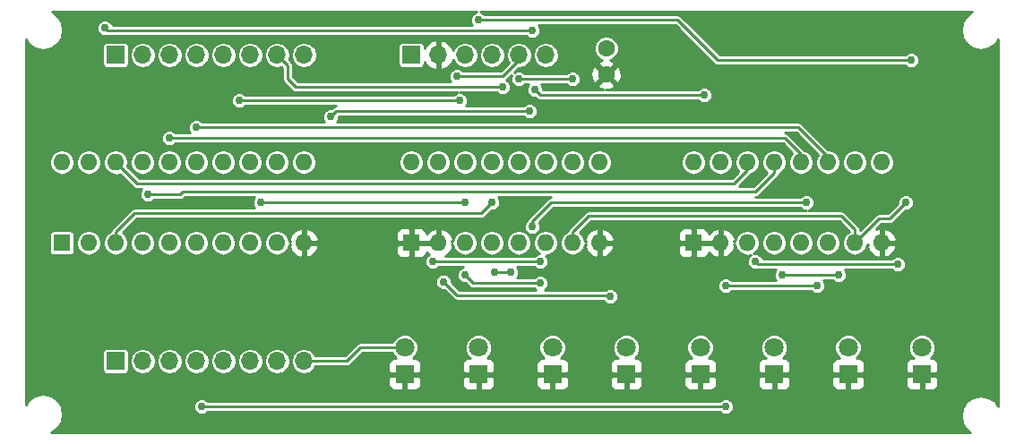
<source format=gbl>
G04 #@! TF.FileFunction,Copper,L2,Bot,Signal*
%FSLAX46Y46*%
G04 Gerber Fmt 4.6, Leading zero omitted, Abs format (unit mm)*
G04 Created by KiCad (PCBNEW 4.0.7-e2-6376~58~ubuntu16.04.1) date Tue Jun 12 19:08:58 2018*
%MOMM*%
%LPD*%
G01*
G04 APERTURE LIST*
%ADD10C,0.100000*%
%ADD11R,1.600000X1.600000*%
%ADD12O,1.600000X1.600000*%
%ADD13C,1.600000*%
%ADD14R,1.700000X1.700000*%
%ADD15O,1.700000X1.700000*%
%ADD16R,1.800000X1.800000*%
%ADD17C,1.800000*%
%ADD18C,0.762000*%
%ADD19C,0.254000*%
G04 APERTURE END LIST*
D10*
D11*
X140970000Y-111760000D03*
D12*
X158750000Y-104140000D03*
X143510000Y-111760000D03*
X156210000Y-104140000D03*
X146050000Y-111760000D03*
X153670000Y-104140000D03*
X148590000Y-111760000D03*
X151130000Y-104140000D03*
X151130000Y-111760000D03*
X148590000Y-104140000D03*
X153670000Y-111760000D03*
X146050000Y-104140000D03*
X156210000Y-111760000D03*
X143510000Y-104140000D03*
X158750000Y-111760000D03*
X140970000Y-104140000D03*
D13*
X132715000Y-93345000D03*
X132715000Y-95845000D03*
D14*
X114300000Y-93980000D03*
D15*
X116840000Y-93980000D03*
X119380000Y-93980000D03*
X121920000Y-93980000D03*
X124460000Y-93980000D03*
X127000000Y-93980000D03*
D14*
X86360000Y-93980000D03*
D15*
X88900000Y-93980000D03*
X91440000Y-93980000D03*
X93980000Y-93980000D03*
X96520000Y-93980000D03*
X99060000Y-93980000D03*
X101600000Y-93980000D03*
X104140000Y-93980000D03*
D14*
X86360000Y-122936000D03*
D15*
X88900000Y-122936000D03*
X91440000Y-122936000D03*
X93980000Y-122936000D03*
X96520000Y-122936000D03*
X99060000Y-122936000D03*
X101600000Y-122936000D03*
X104140000Y-122936000D03*
D11*
X114300000Y-111760000D03*
D12*
X132080000Y-104140000D03*
X116840000Y-111760000D03*
X129540000Y-104140000D03*
X119380000Y-111760000D03*
X127000000Y-104140000D03*
X121920000Y-111760000D03*
X124460000Y-104140000D03*
X124460000Y-111760000D03*
X121920000Y-104140000D03*
X127000000Y-111760000D03*
X119380000Y-104140000D03*
X129540000Y-111760000D03*
X116840000Y-104140000D03*
X132080000Y-111760000D03*
X114300000Y-104140000D03*
D11*
X81280000Y-111760000D03*
D12*
X104140000Y-104140000D03*
X83820000Y-111760000D03*
X101600000Y-104140000D03*
X86360000Y-111760000D03*
X99060000Y-104140000D03*
X88900000Y-111760000D03*
X96520000Y-104140000D03*
X91440000Y-111760000D03*
X93980000Y-104140000D03*
X93980000Y-111760000D03*
X91440000Y-104140000D03*
X96520000Y-111760000D03*
X88900000Y-104140000D03*
X99060000Y-111760000D03*
X86360000Y-104140000D03*
X101600000Y-111760000D03*
X83820000Y-104140000D03*
X104140000Y-111760000D03*
X81280000Y-104140000D03*
D16*
X141605000Y-124206000D03*
D17*
X141605000Y-121666000D03*
D16*
X134620000Y-124206000D03*
D17*
X134620000Y-121666000D03*
D16*
X148590000Y-124206000D03*
D17*
X148590000Y-121666000D03*
D16*
X127635000Y-124206000D03*
D17*
X127635000Y-121666000D03*
D16*
X155575000Y-124206000D03*
D17*
X155575000Y-121666000D03*
D16*
X120650000Y-124206000D03*
D17*
X120650000Y-121666000D03*
D16*
X162560000Y-124206000D03*
D17*
X162560000Y-121666000D03*
D16*
X113665000Y-124206000D03*
D17*
X113665000Y-121666000D03*
D18*
X160274000Y-113792000D03*
X146812000Y-113538000D03*
X117348000Y-115443000D03*
X133096000Y-116840000D03*
X154686000Y-114808000D03*
X149352000Y-114808000D03*
X121920000Y-107950000D03*
X119380000Y-114808000D03*
X126492000Y-115570000D03*
X94488000Y-127254000D03*
X144018000Y-127254000D03*
X122174000Y-114554000D03*
X123698000Y-114554000D03*
X144018000Y-115824000D03*
X152654000Y-115824000D03*
X125730000Y-110236000D03*
X151638000Y-107950000D03*
X116332000Y-113538000D03*
X126492000Y-113538000D03*
X161036000Y-107950000D03*
X161544000Y-94488000D03*
X120650000Y-90678000D03*
X124460000Y-96266000D03*
X129540000Y-96266000D03*
X141986000Y-97790000D03*
X125984000Y-97282000D03*
X118618000Y-96012000D03*
X125730000Y-91694000D03*
X85344000Y-91440000D03*
X89408000Y-107188000D03*
X91440000Y-101854000D03*
X93980000Y-100838000D03*
X98044000Y-98298000D03*
X118872000Y-98298000D03*
X119380000Y-107950000D03*
X100076000Y-107950000D03*
X122936000Y-97028000D03*
X125476000Y-99314000D03*
X106680000Y-99822000D03*
D19*
X147066000Y-113792000D02*
X160274000Y-113792000D01*
X146812000Y-113538000D02*
X147066000Y-113792000D01*
X146050000Y-112395000D02*
X146050000Y-111760000D01*
X117348000Y-115443000D02*
X118618000Y-116713000D01*
X118618000Y-116713000D02*
X132969000Y-116713000D01*
X132969000Y-116713000D02*
X133096000Y-116840000D01*
X154432000Y-114808000D02*
X154686000Y-114808000D01*
X149352000Y-114808000D02*
X154432000Y-114808000D01*
X86360000Y-110744000D02*
X86360000Y-111760000D01*
X88138000Y-108966000D02*
X86360000Y-110744000D01*
X90932000Y-108966000D02*
X88138000Y-108966000D01*
X99568000Y-108966000D02*
X90932000Y-108966000D01*
X108458000Y-108966000D02*
X99568000Y-108966000D01*
X111506000Y-108966000D02*
X108458000Y-108966000D01*
X120904000Y-108966000D02*
X111506000Y-108966000D01*
X121920000Y-107950000D02*
X120904000Y-108966000D01*
X119380000Y-114808000D02*
X120142000Y-115570000D01*
X120142000Y-115570000D02*
X126492000Y-115570000D01*
X103124000Y-127254000D02*
X94488000Y-127254000D01*
X115570000Y-127254000D02*
X103124000Y-127254000D01*
X122428000Y-127254000D02*
X115570000Y-127254000D01*
X131318000Y-127254000D02*
X122428000Y-127254000D01*
X138176000Y-127254000D02*
X131318000Y-127254000D01*
X144018000Y-127254000D02*
X138176000Y-127254000D01*
X123698000Y-114554000D02*
X122174000Y-114554000D01*
X152654000Y-115824000D02*
X144018000Y-115824000D01*
X125730000Y-109728000D02*
X125730000Y-110236000D01*
X127508000Y-107950000D02*
X125730000Y-109728000D01*
X143510000Y-107950000D02*
X127508000Y-107950000D01*
X151638000Y-107950000D02*
X143510000Y-107950000D01*
X141605000Y-121285000D02*
X141605000Y-121666000D01*
X126492000Y-113538000D02*
X116332000Y-113538000D01*
X104140000Y-122936000D02*
X108204000Y-122936000D01*
X109474000Y-121666000D02*
X113665000Y-121666000D01*
X108204000Y-122936000D02*
X109474000Y-121666000D01*
X129540000Y-111760000D02*
X129540000Y-110744000D01*
X156210000Y-110490000D02*
X156210000Y-111760000D01*
X154940000Y-109220000D02*
X156210000Y-110490000D01*
X131064000Y-109220000D02*
X154940000Y-109220000D01*
X129540000Y-110744000D02*
X131064000Y-109220000D01*
X158496000Y-109474000D02*
X156210000Y-111760000D01*
X159512000Y-109474000D02*
X158496000Y-109474000D01*
X161036000Y-107950000D02*
X159512000Y-109474000D01*
X143256000Y-94488000D02*
X161544000Y-94488000D01*
X139446000Y-90678000D02*
X143256000Y-94488000D01*
X120650000Y-90678000D02*
X139446000Y-90678000D01*
X124460000Y-96266000D02*
X128524000Y-96266000D01*
X128524000Y-96266000D02*
X129540000Y-96266000D01*
X126492000Y-97790000D02*
X141986000Y-97790000D01*
X125984000Y-97282000D02*
X126492000Y-97790000D01*
X122936000Y-96012000D02*
X124460000Y-94488000D01*
X118618000Y-96012000D02*
X122936000Y-96012000D01*
X124460000Y-94488000D02*
X124460000Y-93980000D01*
X85598000Y-91694000D02*
X125730000Y-91694000D01*
X85344000Y-91440000D02*
X85598000Y-91694000D01*
X146050000Y-104140000D02*
X146050000Y-104902000D01*
X146050000Y-104902000D02*
X144780000Y-106172000D01*
X144780000Y-106172000D02*
X88392000Y-106172000D01*
X88392000Y-106172000D02*
X86360000Y-104140000D01*
X148590000Y-104140000D02*
X148590000Y-105156000D01*
X92456000Y-107188000D02*
X89408000Y-107188000D01*
X92710000Y-106934000D02*
X92456000Y-107188000D01*
X115316000Y-106934000D02*
X92710000Y-106934000D01*
X121412000Y-106934000D02*
X115316000Y-106934000D01*
X146812000Y-106934000D02*
X121412000Y-106934000D01*
X148590000Y-105156000D02*
X146812000Y-106934000D01*
X148590000Y-104140000D02*
X148590000Y-104648000D01*
X151130000Y-103378000D02*
X149606000Y-101854000D01*
X147066000Y-101854000D02*
X149606000Y-101854000D01*
X124206000Y-101854000D02*
X147066000Y-101854000D01*
X114046000Y-101854000D02*
X124206000Y-101854000D01*
X107696000Y-101854000D02*
X114046000Y-101854000D01*
X100584000Y-101854000D02*
X107696000Y-101854000D01*
X100584000Y-101854000D02*
X91440000Y-101854000D01*
X151130000Y-103378000D02*
X151130000Y-104140000D01*
X153670000Y-103632000D02*
X150876000Y-100838000D01*
X150368000Y-100838000D02*
X150876000Y-100838000D01*
X149860000Y-100838000D02*
X150368000Y-100838000D01*
X140462000Y-100838000D02*
X149860000Y-100838000D01*
X125730000Y-100838000D02*
X140462000Y-100838000D01*
X107442000Y-100838000D02*
X125730000Y-100838000D01*
X107442000Y-100838000D02*
X93980000Y-100838000D01*
X153670000Y-103632000D02*
X153670000Y-104140000D01*
X118872000Y-98298000D02*
X98044000Y-98298000D01*
X100076000Y-107950000D02*
X119380000Y-107950000D01*
X102616000Y-94996000D02*
X101600000Y-93980000D01*
X102616000Y-96266000D02*
X102616000Y-94996000D01*
X103378000Y-97028000D02*
X102616000Y-96266000D01*
X105664000Y-97028000D02*
X103378000Y-97028000D01*
X112522000Y-97028000D02*
X105664000Y-97028000D01*
X122936000Y-97028000D02*
X112522000Y-97028000D01*
X107188000Y-99314000D02*
X125476000Y-99314000D01*
X106680000Y-99822000D02*
X107188000Y-99314000D01*
G36*
X120218926Y-90031632D02*
X120004385Y-90245798D01*
X119888133Y-90525764D01*
X119887868Y-90828906D01*
X120003632Y-91109074D01*
X120080424Y-91186000D01*
X86063534Y-91186000D01*
X85990368Y-91008926D01*
X85776202Y-90794385D01*
X85496236Y-90678133D01*
X85193094Y-90677868D01*
X84912926Y-90793632D01*
X84698385Y-91007798D01*
X84582133Y-91287764D01*
X84581868Y-91590906D01*
X84697632Y-91871074D01*
X84911798Y-92085615D01*
X85191764Y-92201867D01*
X85494906Y-92202132D01*
X85528623Y-92188200D01*
X85598000Y-92202000D01*
X125160424Y-92202000D01*
X125297798Y-92339615D01*
X125577764Y-92455867D01*
X125880906Y-92456132D01*
X126161074Y-92340368D01*
X126375615Y-92126202D01*
X126491867Y-91846236D01*
X126492132Y-91543094D01*
X126376368Y-91262926D01*
X126299576Y-91186000D01*
X139235580Y-91186000D01*
X142896790Y-94847210D01*
X143061597Y-94957331D01*
X143256000Y-94996000D01*
X160974424Y-94996000D01*
X161111798Y-95133615D01*
X161391764Y-95249867D01*
X161694906Y-95250132D01*
X161975074Y-95134368D01*
X162189615Y-94920202D01*
X162305867Y-94640236D01*
X162306132Y-94337094D01*
X162190368Y-94056926D01*
X161976202Y-93842385D01*
X161696236Y-93726133D01*
X161393094Y-93725868D01*
X161112926Y-93841632D01*
X160974316Y-93980000D01*
X143466420Y-93980000D01*
X139805210Y-90318790D01*
X139640403Y-90208669D01*
X139446000Y-90170000D01*
X121219576Y-90170000D01*
X121082202Y-90032385D01*
X120832501Y-89928700D01*
X167321637Y-89928700D01*
X166795952Y-90279952D01*
X166385449Y-90894312D01*
X166241300Y-91619000D01*
X166385449Y-92343688D01*
X166795952Y-92958048D01*
X167410312Y-93368551D01*
X168135000Y-93512700D01*
X168859688Y-93368551D01*
X169474048Y-92958048D01*
X169786300Y-92490731D01*
X169786300Y-127223269D01*
X169474048Y-126755952D01*
X168859688Y-126345449D01*
X168135000Y-126201300D01*
X167410312Y-126345449D01*
X166795952Y-126755952D01*
X166385449Y-127370312D01*
X166241300Y-128095000D01*
X166385449Y-128819688D01*
X166795952Y-129434048D01*
X167125582Y-129654300D01*
X80299377Y-129654300D01*
X80831048Y-129299048D01*
X81241551Y-128684688D01*
X81385700Y-127960000D01*
X81275286Y-127404906D01*
X93725868Y-127404906D01*
X93841632Y-127685074D01*
X94055798Y-127899615D01*
X94335764Y-128015867D01*
X94638906Y-128016132D01*
X94919074Y-127900368D01*
X95057684Y-127762000D01*
X143448424Y-127762000D01*
X143585798Y-127899615D01*
X143865764Y-128015867D01*
X144168906Y-128016132D01*
X144449074Y-127900368D01*
X144663615Y-127686202D01*
X144779867Y-127406236D01*
X144780132Y-127103094D01*
X144664368Y-126822926D01*
X144450202Y-126608385D01*
X144170236Y-126492133D01*
X143867094Y-126491868D01*
X143586926Y-126607632D01*
X143448316Y-126746000D01*
X95057576Y-126746000D01*
X94920202Y-126608385D01*
X94640236Y-126492133D01*
X94337094Y-126491868D01*
X94056926Y-126607632D01*
X93842385Y-126821798D01*
X93726133Y-127101764D01*
X93725868Y-127404906D01*
X81275286Y-127404906D01*
X81241551Y-127235312D01*
X80831048Y-126620952D01*
X80216688Y-126210449D01*
X79492000Y-126066300D01*
X78767312Y-126210449D01*
X78152952Y-126620952D01*
X77863700Y-127053847D01*
X77863700Y-124491750D01*
X112130000Y-124491750D01*
X112130000Y-125232309D01*
X112226673Y-125465698D01*
X112405301Y-125644327D01*
X112638690Y-125741000D01*
X113379250Y-125741000D01*
X113538000Y-125582250D01*
X113538000Y-124333000D01*
X113792000Y-124333000D01*
X113792000Y-125582250D01*
X113950750Y-125741000D01*
X114691310Y-125741000D01*
X114924699Y-125644327D01*
X115103327Y-125465698D01*
X115200000Y-125232309D01*
X115200000Y-124491750D01*
X119115000Y-124491750D01*
X119115000Y-125232309D01*
X119211673Y-125465698D01*
X119390301Y-125644327D01*
X119623690Y-125741000D01*
X120364250Y-125741000D01*
X120523000Y-125582250D01*
X120523000Y-124333000D01*
X120777000Y-124333000D01*
X120777000Y-125582250D01*
X120935750Y-125741000D01*
X121676310Y-125741000D01*
X121909699Y-125644327D01*
X122088327Y-125465698D01*
X122185000Y-125232309D01*
X122185000Y-124491750D01*
X126100000Y-124491750D01*
X126100000Y-125232309D01*
X126196673Y-125465698D01*
X126375301Y-125644327D01*
X126608690Y-125741000D01*
X127349250Y-125741000D01*
X127508000Y-125582250D01*
X127508000Y-124333000D01*
X127762000Y-124333000D01*
X127762000Y-125582250D01*
X127920750Y-125741000D01*
X128661310Y-125741000D01*
X128894699Y-125644327D01*
X129073327Y-125465698D01*
X129170000Y-125232309D01*
X129170000Y-124491750D01*
X133085000Y-124491750D01*
X133085000Y-125232309D01*
X133181673Y-125465698D01*
X133360301Y-125644327D01*
X133593690Y-125741000D01*
X134334250Y-125741000D01*
X134493000Y-125582250D01*
X134493000Y-124333000D01*
X134747000Y-124333000D01*
X134747000Y-125582250D01*
X134905750Y-125741000D01*
X135646310Y-125741000D01*
X135879699Y-125644327D01*
X136058327Y-125465698D01*
X136155000Y-125232309D01*
X136155000Y-124491750D01*
X140070000Y-124491750D01*
X140070000Y-125232309D01*
X140166673Y-125465698D01*
X140345301Y-125644327D01*
X140578690Y-125741000D01*
X141319250Y-125741000D01*
X141478000Y-125582250D01*
X141478000Y-124333000D01*
X141732000Y-124333000D01*
X141732000Y-125582250D01*
X141890750Y-125741000D01*
X142631310Y-125741000D01*
X142864699Y-125644327D01*
X143043327Y-125465698D01*
X143140000Y-125232309D01*
X143140000Y-124491750D01*
X147055000Y-124491750D01*
X147055000Y-125232309D01*
X147151673Y-125465698D01*
X147330301Y-125644327D01*
X147563690Y-125741000D01*
X148304250Y-125741000D01*
X148463000Y-125582250D01*
X148463000Y-124333000D01*
X148717000Y-124333000D01*
X148717000Y-125582250D01*
X148875750Y-125741000D01*
X149616310Y-125741000D01*
X149849699Y-125644327D01*
X150028327Y-125465698D01*
X150125000Y-125232309D01*
X150125000Y-124491750D01*
X154040000Y-124491750D01*
X154040000Y-125232309D01*
X154136673Y-125465698D01*
X154315301Y-125644327D01*
X154548690Y-125741000D01*
X155289250Y-125741000D01*
X155448000Y-125582250D01*
X155448000Y-124333000D01*
X155702000Y-124333000D01*
X155702000Y-125582250D01*
X155860750Y-125741000D01*
X156601310Y-125741000D01*
X156834699Y-125644327D01*
X157013327Y-125465698D01*
X157110000Y-125232309D01*
X157110000Y-124491750D01*
X161025000Y-124491750D01*
X161025000Y-125232309D01*
X161121673Y-125465698D01*
X161300301Y-125644327D01*
X161533690Y-125741000D01*
X162274250Y-125741000D01*
X162433000Y-125582250D01*
X162433000Y-124333000D01*
X162687000Y-124333000D01*
X162687000Y-125582250D01*
X162845750Y-125741000D01*
X163586310Y-125741000D01*
X163819699Y-125644327D01*
X163998327Y-125465698D01*
X164095000Y-125232309D01*
X164095000Y-124491750D01*
X163936250Y-124333000D01*
X162687000Y-124333000D01*
X162433000Y-124333000D01*
X161183750Y-124333000D01*
X161025000Y-124491750D01*
X157110000Y-124491750D01*
X156951250Y-124333000D01*
X155702000Y-124333000D01*
X155448000Y-124333000D01*
X154198750Y-124333000D01*
X154040000Y-124491750D01*
X150125000Y-124491750D01*
X149966250Y-124333000D01*
X148717000Y-124333000D01*
X148463000Y-124333000D01*
X147213750Y-124333000D01*
X147055000Y-124491750D01*
X143140000Y-124491750D01*
X142981250Y-124333000D01*
X141732000Y-124333000D01*
X141478000Y-124333000D01*
X140228750Y-124333000D01*
X140070000Y-124491750D01*
X136155000Y-124491750D01*
X135996250Y-124333000D01*
X134747000Y-124333000D01*
X134493000Y-124333000D01*
X133243750Y-124333000D01*
X133085000Y-124491750D01*
X129170000Y-124491750D01*
X129011250Y-124333000D01*
X127762000Y-124333000D01*
X127508000Y-124333000D01*
X126258750Y-124333000D01*
X126100000Y-124491750D01*
X122185000Y-124491750D01*
X122026250Y-124333000D01*
X120777000Y-124333000D01*
X120523000Y-124333000D01*
X119273750Y-124333000D01*
X119115000Y-124491750D01*
X115200000Y-124491750D01*
X115041250Y-124333000D01*
X113792000Y-124333000D01*
X113538000Y-124333000D01*
X112288750Y-124333000D01*
X112130000Y-124491750D01*
X77863700Y-124491750D01*
X77863700Y-122086000D01*
X85121536Y-122086000D01*
X85121536Y-123786000D01*
X85148103Y-123927190D01*
X85231546Y-124056865D01*
X85358866Y-124143859D01*
X85510000Y-124174464D01*
X87210000Y-124174464D01*
X87351190Y-124147897D01*
X87480865Y-124064454D01*
X87567859Y-123937134D01*
X87598464Y-123786000D01*
X87598464Y-122911883D01*
X87669000Y-122911883D01*
X87669000Y-122960117D01*
X87762704Y-123431200D01*
X88029552Y-123830565D01*
X88428917Y-124097413D01*
X88900000Y-124191117D01*
X89371083Y-124097413D01*
X89770448Y-123830565D01*
X90037296Y-123431200D01*
X90131000Y-122960117D01*
X90131000Y-122911883D01*
X90209000Y-122911883D01*
X90209000Y-122960117D01*
X90302704Y-123431200D01*
X90569552Y-123830565D01*
X90968917Y-124097413D01*
X91440000Y-124191117D01*
X91911083Y-124097413D01*
X92310448Y-123830565D01*
X92577296Y-123431200D01*
X92671000Y-122960117D01*
X92671000Y-122911883D01*
X92749000Y-122911883D01*
X92749000Y-122960117D01*
X92842704Y-123431200D01*
X93109552Y-123830565D01*
X93508917Y-124097413D01*
X93980000Y-124191117D01*
X94451083Y-124097413D01*
X94850448Y-123830565D01*
X95117296Y-123431200D01*
X95211000Y-122960117D01*
X95211000Y-122911883D01*
X95289000Y-122911883D01*
X95289000Y-122960117D01*
X95382704Y-123431200D01*
X95649552Y-123830565D01*
X96048917Y-124097413D01*
X96520000Y-124191117D01*
X96991083Y-124097413D01*
X97390448Y-123830565D01*
X97657296Y-123431200D01*
X97751000Y-122960117D01*
X97751000Y-122911883D01*
X97829000Y-122911883D01*
X97829000Y-122960117D01*
X97922704Y-123431200D01*
X98189552Y-123830565D01*
X98588917Y-124097413D01*
X99060000Y-124191117D01*
X99531083Y-124097413D01*
X99930448Y-123830565D01*
X100197296Y-123431200D01*
X100291000Y-122960117D01*
X100291000Y-122911883D01*
X100369000Y-122911883D01*
X100369000Y-122960117D01*
X100462704Y-123431200D01*
X100729552Y-123830565D01*
X101128917Y-124097413D01*
X101600000Y-124191117D01*
X102071083Y-124097413D01*
X102470448Y-123830565D01*
X102737296Y-123431200D01*
X102831000Y-122960117D01*
X102831000Y-122911883D01*
X102909000Y-122911883D01*
X102909000Y-122960117D01*
X103002704Y-123431200D01*
X103269552Y-123830565D01*
X103668917Y-124097413D01*
X104140000Y-124191117D01*
X104611083Y-124097413D01*
X105010448Y-123830565D01*
X105268743Y-123444000D01*
X108204000Y-123444000D01*
X108398403Y-123405331D01*
X108563210Y-123295210D01*
X109684420Y-122174000D01*
X112488857Y-122174000D01*
X112578388Y-122390680D01*
X112858220Y-122671000D01*
X112638690Y-122671000D01*
X112405301Y-122767673D01*
X112226673Y-122946302D01*
X112130000Y-123179691D01*
X112130000Y-123920250D01*
X112288750Y-124079000D01*
X113538000Y-124079000D01*
X113538000Y-124059000D01*
X113792000Y-124059000D01*
X113792000Y-124079000D01*
X115041250Y-124079000D01*
X115200000Y-123920250D01*
X115200000Y-123179691D01*
X119115000Y-123179691D01*
X119115000Y-123920250D01*
X119273750Y-124079000D01*
X120523000Y-124079000D01*
X120523000Y-124059000D01*
X120777000Y-124059000D01*
X120777000Y-124079000D01*
X122026250Y-124079000D01*
X122185000Y-123920250D01*
X122185000Y-123179691D01*
X126100000Y-123179691D01*
X126100000Y-123920250D01*
X126258750Y-124079000D01*
X127508000Y-124079000D01*
X127508000Y-124059000D01*
X127762000Y-124059000D01*
X127762000Y-124079000D01*
X129011250Y-124079000D01*
X129170000Y-123920250D01*
X129170000Y-123179691D01*
X133085000Y-123179691D01*
X133085000Y-123920250D01*
X133243750Y-124079000D01*
X134493000Y-124079000D01*
X134493000Y-124059000D01*
X134747000Y-124059000D01*
X134747000Y-124079000D01*
X135996250Y-124079000D01*
X136155000Y-123920250D01*
X136155000Y-123179691D01*
X140070000Y-123179691D01*
X140070000Y-123920250D01*
X140228750Y-124079000D01*
X141478000Y-124079000D01*
X141478000Y-124059000D01*
X141732000Y-124059000D01*
X141732000Y-124079000D01*
X142981250Y-124079000D01*
X143140000Y-123920250D01*
X143140000Y-123179691D01*
X147055000Y-123179691D01*
X147055000Y-123920250D01*
X147213750Y-124079000D01*
X148463000Y-124079000D01*
X148463000Y-124059000D01*
X148717000Y-124059000D01*
X148717000Y-124079000D01*
X149966250Y-124079000D01*
X150125000Y-123920250D01*
X150125000Y-123179691D01*
X154040000Y-123179691D01*
X154040000Y-123920250D01*
X154198750Y-124079000D01*
X155448000Y-124079000D01*
X155448000Y-124059000D01*
X155702000Y-124059000D01*
X155702000Y-124079000D01*
X156951250Y-124079000D01*
X157110000Y-123920250D01*
X157110000Y-123179691D01*
X161025000Y-123179691D01*
X161025000Y-123920250D01*
X161183750Y-124079000D01*
X162433000Y-124079000D01*
X162433000Y-124059000D01*
X162687000Y-124059000D01*
X162687000Y-124079000D01*
X163936250Y-124079000D01*
X164095000Y-123920250D01*
X164095000Y-123179691D01*
X163998327Y-122946302D01*
X163819699Y-122767673D01*
X163586310Y-122671000D01*
X163366434Y-122671000D01*
X163645345Y-122392575D01*
X163840777Y-121921924D01*
X163841222Y-121412311D01*
X163646612Y-120941320D01*
X163286575Y-120580655D01*
X162815924Y-120385223D01*
X162306311Y-120384778D01*
X161835320Y-120579388D01*
X161474655Y-120939425D01*
X161279223Y-121410076D01*
X161278778Y-121919689D01*
X161473388Y-122390680D01*
X161753220Y-122671000D01*
X161533690Y-122671000D01*
X161300301Y-122767673D01*
X161121673Y-122946302D01*
X161025000Y-123179691D01*
X157110000Y-123179691D01*
X157013327Y-122946302D01*
X156834699Y-122767673D01*
X156601310Y-122671000D01*
X156381434Y-122671000D01*
X156660345Y-122392575D01*
X156855777Y-121921924D01*
X156856222Y-121412311D01*
X156661612Y-120941320D01*
X156301575Y-120580655D01*
X155830924Y-120385223D01*
X155321311Y-120384778D01*
X154850320Y-120579388D01*
X154489655Y-120939425D01*
X154294223Y-121410076D01*
X154293778Y-121919689D01*
X154488388Y-122390680D01*
X154768220Y-122671000D01*
X154548690Y-122671000D01*
X154315301Y-122767673D01*
X154136673Y-122946302D01*
X154040000Y-123179691D01*
X150125000Y-123179691D01*
X150028327Y-122946302D01*
X149849699Y-122767673D01*
X149616310Y-122671000D01*
X149396434Y-122671000D01*
X149675345Y-122392575D01*
X149870777Y-121921924D01*
X149871222Y-121412311D01*
X149676612Y-120941320D01*
X149316575Y-120580655D01*
X148845924Y-120385223D01*
X148336311Y-120384778D01*
X147865320Y-120579388D01*
X147504655Y-120939425D01*
X147309223Y-121410076D01*
X147308778Y-121919689D01*
X147503388Y-122390680D01*
X147783220Y-122671000D01*
X147563690Y-122671000D01*
X147330301Y-122767673D01*
X147151673Y-122946302D01*
X147055000Y-123179691D01*
X143140000Y-123179691D01*
X143043327Y-122946302D01*
X142864699Y-122767673D01*
X142631310Y-122671000D01*
X142411434Y-122671000D01*
X142690345Y-122392575D01*
X142885777Y-121921924D01*
X142886222Y-121412311D01*
X142691612Y-120941320D01*
X142331575Y-120580655D01*
X141860924Y-120385223D01*
X141351311Y-120384778D01*
X140880320Y-120579388D01*
X140519655Y-120939425D01*
X140324223Y-121410076D01*
X140323778Y-121919689D01*
X140518388Y-122390680D01*
X140798220Y-122671000D01*
X140578690Y-122671000D01*
X140345301Y-122767673D01*
X140166673Y-122946302D01*
X140070000Y-123179691D01*
X136155000Y-123179691D01*
X136058327Y-122946302D01*
X135879699Y-122767673D01*
X135646310Y-122671000D01*
X135426434Y-122671000D01*
X135705345Y-122392575D01*
X135900777Y-121921924D01*
X135901222Y-121412311D01*
X135706612Y-120941320D01*
X135346575Y-120580655D01*
X134875924Y-120385223D01*
X134366311Y-120384778D01*
X133895320Y-120579388D01*
X133534655Y-120939425D01*
X133339223Y-121410076D01*
X133338778Y-121919689D01*
X133533388Y-122390680D01*
X133813220Y-122671000D01*
X133593690Y-122671000D01*
X133360301Y-122767673D01*
X133181673Y-122946302D01*
X133085000Y-123179691D01*
X129170000Y-123179691D01*
X129073327Y-122946302D01*
X128894699Y-122767673D01*
X128661310Y-122671000D01*
X128441434Y-122671000D01*
X128720345Y-122392575D01*
X128915777Y-121921924D01*
X128916222Y-121412311D01*
X128721612Y-120941320D01*
X128361575Y-120580655D01*
X127890924Y-120385223D01*
X127381311Y-120384778D01*
X126910320Y-120579388D01*
X126549655Y-120939425D01*
X126354223Y-121410076D01*
X126353778Y-121919689D01*
X126548388Y-122390680D01*
X126828220Y-122671000D01*
X126608690Y-122671000D01*
X126375301Y-122767673D01*
X126196673Y-122946302D01*
X126100000Y-123179691D01*
X122185000Y-123179691D01*
X122088327Y-122946302D01*
X121909699Y-122767673D01*
X121676310Y-122671000D01*
X121456434Y-122671000D01*
X121735345Y-122392575D01*
X121930777Y-121921924D01*
X121931222Y-121412311D01*
X121736612Y-120941320D01*
X121376575Y-120580655D01*
X120905924Y-120385223D01*
X120396311Y-120384778D01*
X119925320Y-120579388D01*
X119564655Y-120939425D01*
X119369223Y-121410076D01*
X119368778Y-121919689D01*
X119563388Y-122390680D01*
X119843220Y-122671000D01*
X119623690Y-122671000D01*
X119390301Y-122767673D01*
X119211673Y-122946302D01*
X119115000Y-123179691D01*
X115200000Y-123179691D01*
X115103327Y-122946302D01*
X114924699Y-122767673D01*
X114691310Y-122671000D01*
X114471434Y-122671000D01*
X114750345Y-122392575D01*
X114945777Y-121921924D01*
X114946222Y-121412311D01*
X114751612Y-120941320D01*
X114391575Y-120580655D01*
X113920924Y-120385223D01*
X113411311Y-120384778D01*
X112940320Y-120579388D01*
X112579655Y-120939425D01*
X112488894Y-121158000D01*
X109474000Y-121158000D01*
X109311850Y-121190254D01*
X109279596Y-121196669D01*
X109114790Y-121306790D01*
X107993580Y-122428000D01*
X105268743Y-122428000D01*
X105010448Y-122041435D01*
X104611083Y-121774587D01*
X104140000Y-121680883D01*
X103668917Y-121774587D01*
X103269552Y-122041435D01*
X103002704Y-122440800D01*
X102909000Y-122911883D01*
X102831000Y-122911883D01*
X102737296Y-122440800D01*
X102470448Y-122041435D01*
X102071083Y-121774587D01*
X101600000Y-121680883D01*
X101128917Y-121774587D01*
X100729552Y-122041435D01*
X100462704Y-122440800D01*
X100369000Y-122911883D01*
X100291000Y-122911883D01*
X100197296Y-122440800D01*
X99930448Y-122041435D01*
X99531083Y-121774587D01*
X99060000Y-121680883D01*
X98588917Y-121774587D01*
X98189552Y-122041435D01*
X97922704Y-122440800D01*
X97829000Y-122911883D01*
X97751000Y-122911883D01*
X97657296Y-122440800D01*
X97390448Y-122041435D01*
X96991083Y-121774587D01*
X96520000Y-121680883D01*
X96048917Y-121774587D01*
X95649552Y-122041435D01*
X95382704Y-122440800D01*
X95289000Y-122911883D01*
X95211000Y-122911883D01*
X95117296Y-122440800D01*
X94850448Y-122041435D01*
X94451083Y-121774587D01*
X93980000Y-121680883D01*
X93508917Y-121774587D01*
X93109552Y-122041435D01*
X92842704Y-122440800D01*
X92749000Y-122911883D01*
X92671000Y-122911883D01*
X92577296Y-122440800D01*
X92310448Y-122041435D01*
X91911083Y-121774587D01*
X91440000Y-121680883D01*
X90968917Y-121774587D01*
X90569552Y-122041435D01*
X90302704Y-122440800D01*
X90209000Y-122911883D01*
X90131000Y-122911883D01*
X90037296Y-122440800D01*
X89770448Y-122041435D01*
X89371083Y-121774587D01*
X88900000Y-121680883D01*
X88428917Y-121774587D01*
X88029552Y-122041435D01*
X87762704Y-122440800D01*
X87669000Y-122911883D01*
X87598464Y-122911883D01*
X87598464Y-122086000D01*
X87571897Y-121944810D01*
X87488454Y-121815135D01*
X87361134Y-121728141D01*
X87210000Y-121697536D01*
X85510000Y-121697536D01*
X85368810Y-121724103D01*
X85239135Y-121807546D01*
X85152141Y-121934866D01*
X85121536Y-122086000D01*
X77863700Y-122086000D01*
X77863700Y-110960000D01*
X80091536Y-110960000D01*
X80091536Y-112560000D01*
X80118103Y-112701190D01*
X80201546Y-112830865D01*
X80328866Y-112917859D01*
X80480000Y-112948464D01*
X82080000Y-112948464D01*
X82221190Y-112921897D01*
X82350865Y-112838454D01*
X82437859Y-112711134D01*
X82468464Y-112560000D01*
X82468464Y-111736863D01*
X82639000Y-111736863D01*
X82639000Y-111783137D01*
X82728898Y-112235086D01*
X82984907Y-112618230D01*
X83368051Y-112874239D01*
X83820000Y-112964137D01*
X84271949Y-112874239D01*
X84655093Y-112618230D01*
X84911102Y-112235086D01*
X85001000Y-111783137D01*
X85001000Y-111736863D01*
X84911102Y-111284914D01*
X84655093Y-110901770D01*
X84271949Y-110645761D01*
X83820000Y-110555863D01*
X83368051Y-110645761D01*
X82984907Y-110901770D01*
X82728898Y-111284914D01*
X82639000Y-111736863D01*
X82468464Y-111736863D01*
X82468464Y-110960000D01*
X82441897Y-110818810D01*
X82358454Y-110689135D01*
X82231134Y-110602141D01*
X82080000Y-110571536D01*
X80480000Y-110571536D01*
X80338810Y-110598103D01*
X80209135Y-110681546D01*
X80122141Y-110808866D01*
X80091536Y-110960000D01*
X77863700Y-110960000D01*
X77863700Y-104116863D01*
X80099000Y-104116863D01*
X80099000Y-104163137D01*
X80188898Y-104615086D01*
X80444907Y-104998230D01*
X80828051Y-105254239D01*
X81280000Y-105344137D01*
X81731949Y-105254239D01*
X82115093Y-104998230D01*
X82371102Y-104615086D01*
X82461000Y-104163137D01*
X82461000Y-104116863D01*
X82639000Y-104116863D01*
X82639000Y-104163137D01*
X82728898Y-104615086D01*
X82984907Y-104998230D01*
X83368051Y-105254239D01*
X83820000Y-105344137D01*
X84271949Y-105254239D01*
X84655093Y-104998230D01*
X84911102Y-104615086D01*
X85001000Y-104163137D01*
X85001000Y-104116863D01*
X85179000Y-104116863D01*
X85179000Y-104163137D01*
X85268898Y-104615086D01*
X85524907Y-104998230D01*
X85908051Y-105254239D01*
X86360000Y-105344137D01*
X86765132Y-105263552D01*
X88032790Y-106531210D01*
X88197597Y-106641331D01*
X88392000Y-106680000D01*
X88838316Y-106680000D01*
X88762385Y-106755798D01*
X88646133Y-107035764D01*
X88645868Y-107338906D01*
X88761632Y-107619074D01*
X88975798Y-107833615D01*
X89255764Y-107949867D01*
X89558906Y-107950132D01*
X89839074Y-107834368D01*
X89977684Y-107696000D01*
X92456000Y-107696000D01*
X92650403Y-107657331D01*
X92815210Y-107547210D01*
X92920420Y-107442000D01*
X99506316Y-107442000D01*
X99430385Y-107517798D01*
X99314133Y-107797764D01*
X99313868Y-108100906D01*
X99429632Y-108381074D01*
X99506424Y-108458000D01*
X88138000Y-108458000D01*
X87943597Y-108496669D01*
X87778790Y-108606790D01*
X86000790Y-110384790D01*
X85890669Y-110549597D01*
X85865945Y-110673896D01*
X85524907Y-110901770D01*
X85268898Y-111284914D01*
X85179000Y-111736863D01*
X85179000Y-111783137D01*
X85268898Y-112235086D01*
X85524907Y-112618230D01*
X85908051Y-112874239D01*
X86360000Y-112964137D01*
X86811949Y-112874239D01*
X87195093Y-112618230D01*
X87451102Y-112235086D01*
X87541000Y-111783137D01*
X87541000Y-111736863D01*
X87719000Y-111736863D01*
X87719000Y-111783137D01*
X87808898Y-112235086D01*
X88064907Y-112618230D01*
X88448051Y-112874239D01*
X88900000Y-112964137D01*
X89351949Y-112874239D01*
X89735093Y-112618230D01*
X89991102Y-112235086D01*
X90081000Y-111783137D01*
X90081000Y-111736863D01*
X90259000Y-111736863D01*
X90259000Y-111783137D01*
X90348898Y-112235086D01*
X90604907Y-112618230D01*
X90988051Y-112874239D01*
X91440000Y-112964137D01*
X91891949Y-112874239D01*
X92275093Y-112618230D01*
X92531102Y-112235086D01*
X92621000Y-111783137D01*
X92621000Y-111736863D01*
X92799000Y-111736863D01*
X92799000Y-111783137D01*
X92888898Y-112235086D01*
X93144907Y-112618230D01*
X93528051Y-112874239D01*
X93980000Y-112964137D01*
X94431949Y-112874239D01*
X94815093Y-112618230D01*
X95071102Y-112235086D01*
X95161000Y-111783137D01*
X95161000Y-111736863D01*
X95339000Y-111736863D01*
X95339000Y-111783137D01*
X95428898Y-112235086D01*
X95684907Y-112618230D01*
X96068051Y-112874239D01*
X96520000Y-112964137D01*
X96971949Y-112874239D01*
X97355093Y-112618230D01*
X97611102Y-112235086D01*
X97701000Y-111783137D01*
X97701000Y-111736863D01*
X97879000Y-111736863D01*
X97879000Y-111783137D01*
X97968898Y-112235086D01*
X98224907Y-112618230D01*
X98608051Y-112874239D01*
X99060000Y-112964137D01*
X99511949Y-112874239D01*
X99895093Y-112618230D01*
X100151102Y-112235086D01*
X100241000Y-111783137D01*
X100241000Y-111736863D01*
X100419000Y-111736863D01*
X100419000Y-111783137D01*
X100508898Y-112235086D01*
X100764907Y-112618230D01*
X101148051Y-112874239D01*
X101600000Y-112964137D01*
X102051949Y-112874239D01*
X102435093Y-112618230D01*
X102691102Y-112235086D01*
X102760340Y-111887002D01*
X102869370Y-111887002D01*
X102748086Y-112109041D01*
X102987611Y-112615134D01*
X103402577Y-112991041D01*
X103790961Y-113151904D01*
X104013000Y-113029915D01*
X104013000Y-111887000D01*
X104267000Y-111887000D01*
X104267000Y-113029915D01*
X104489039Y-113151904D01*
X104877423Y-112991041D01*
X105292389Y-112615134D01*
X105531914Y-112109041D01*
X105497343Y-112045750D01*
X112865000Y-112045750D01*
X112865000Y-112686309D01*
X112961673Y-112919698D01*
X113140301Y-113098327D01*
X113373690Y-113195000D01*
X114014250Y-113195000D01*
X114173000Y-113036250D01*
X114173000Y-111887000D01*
X114427000Y-111887000D01*
X114427000Y-113036250D01*
X114585750Y-113195000D01*
X115226310Y-113195000D01*
X115459699Y-113098327D01*
X115638327Y-112919698D01*
X115735000Y-112686309D01*
X115735000Y-112658062D01*
X115964047Y-112865551D01*
X115900926Y-112891632D01*
X115686385Y-113105798D01*
X115570133Y-113385764D01*
X115569868Y-113688906D01*
X115685632Y-113969074D01*
X115899798Y-114183615D01*
X116179764Y-114299867D01*
X116482906Y-114300132D01*
X116763074Y-114184368D01*
X116901684Y-114046000D01*
X119228775Y-114046000D01*
X118948926Y-114161632D01*
X118734385Y-114375798D01*
X118618133Y-114655764D01*
X118617868Y-114958906D01*
X118733632Y-115239074D01*
X118947798Y-115453615D01*
X119227764Y-115569867D01*
X119423618Y-115570038D01*
X119782790Y-115929210D01*
X119947597Y-116039331D01*
X120142000Y-116078000D01*
X125922424Y-116078000D01*
X126049202Y-116205000D01*
X118828420Y-116205000D01*
X118109962Y-115486542D01*
X118110132Y-115292094D01*
X117994368Y-115011926D01*
X117780202Y-114797385D01*
X117500236Y-114681133D01*
X117197094Y-114680868D01*
X116916926Y-114796632D01*
X116702385Y-115010798D01*
X116586133Y-115290764D01*
X116585868Y-115593906D01*
X116701632Y-115874074D01*
X116915798Y-116088615D01*
X117195764Y-116204867D01*
X117391618Y-116205038D01*
X118258790Y-117072210D01*
X118423596Y-117182331D01*
X118455850Y-117188746D01*
X118618000Y-117221000D01*
X132428942Y-117221000D01*
X132449632Y-117271074D01*
X132663798Y-117485615D01*
X132943764Y-117601867D01*
X133246906Y-117602132D01*
X133527074Y-117486368D01*
X133741615Y-117272202D01*
X133857867Y-116992236D01*
X133858132Y-116689094D01*
X133742368Y-116408926D01*
X133528202Y-116194385D01*
X133248236Y-116078133D01*
X132945094Y-116077868D01*
X132664926Y-116193632D01*
X132653538Y-116205000D01*
X126934462Y-116205000D01*
X127137615Y-116002202D01*
X127148949Y-115974906D01*
X143255868Y-115974906D01*
X143371632Y-116255074D01*
X143585798Y-116469615D01*
X143865764Y-116585867D01*
X144168906Y-116586132D01*
X144449074Y-116470368D01*
X144587684Y-116332000D01*
X152084424Y-116332000D01*
X152221798Y-116469615D01*
X152501764Y-116585867D01*
X152804906Y-116586132D01*
X153085074Y-116470368D01*
X153299615Y-116256202D01*
X153415867Y-115976236D01*
X153416132Y-115673094D01*
X153300368Y-115392926D01*
X153223576Y-115316000D01*
X154116424Y-115316000D01*
X154253798Y-115453615D01*
X154533764Y-115569867D01*
X154836906Y-115570132D01*
X155117074Y-115454368D01*
X155331615Y-115240202D01*
X155447867Y-114960236D01*
X155448132Y-114657094D01*
X155332368Y-114376926D01*
X155255576Y-114300000D01*
X159704424Y-114300000D01*
X159841798Y-114437615D01*
X160121764Y-114553867D01*
X160424906Y-114554132D01*
X160705074Y-114438368D01*
X160919615Y-114224202D01*
X161035867Y-113944236D01*
X161036132Y-113641094D01*
X160920368Y-113360926D01*
X160706202Y-113146385D01*
X160426236Y-113030133D01*
X160123094Y-113029868D01*
X159842926Y-113145632D01*
X159704316Y-113284000D01*
X147531534Y-113284000D01*
X147458368Y-113106926D01*
X147244202Y-112892385D01*
X146964236Y-112776133D01*
X146661094Y-112775868D01*
X146629851Y-112788777D01*
X146885093Y-112618230D01*
X147141102Y-112235086D01*
X147231000Y-111783137D01*
X147231000Y-111736863D01*
X147409000Y-111736863D01*
X147409000Y-111783137D01*
X147498898Y-112235086D01*
X147754907Y-112618230D01*
X148138051Y-112874239D01*
X148590000Y-112964137D01*
X149041949Y-112874239D01*
X149425093Y-112618230D01*
X149681102Y-112235086D01*
X149771000Y-111783137D01*
X149771000Y-111736863D01*
X149949000Y-111736863D01*
X149949000Y-111783137D01*
X150038898Y-112235086D01*
X150294907Y-112618230D01*
X150678051Y-112874239D01*
X151130000Y-112964137D01*
X151581949Y-112874239D01*
X151965093Y-112618230D01*
X152221102Y-112235086D01*
X152311000Y-111783137D01*
X152311000Y-111736863D01*
X152489000Y-111736863D01*
X152489000Y-111783137D01*
X152578898Y-112235086D01*
X152834907Y-112618230D01*
X153218051Y-112874239D01*
X153670000Y-112964137D01*
X154121949Y-112874239D01*
X154505093Y-112618230D01*
X154761102Y-112235086D01*
X154851000Y-111783137D01*
X154851000Y-111736863D01*
X154761102Y-111284914D01*
X154505093Y-110901770D01*
X154121949Y-110645761D01*
X153670000Y-110555863D01*
X153218051Y-110645761D01*
X152834907Y-110901770D01*
X152578898Y-111284914D01*
X152489000Y-111736863D01*
X152311000Y-111736863D01*
X152221102Y-111284914D01*
X151965093Y-110901770D01*
X151581949Y-110645761D01*
X151130000Y-110555863D01*
X150678051Y-110645761D01*
X150294907Y-110901770D01*
X150038898Y-111284914D01*
X149949000Y-111736863D01*
X149771000Y-111736863D01*
X149681102Y-111284914D01*
X149425093Y-110901770D01*
X149041949Y-110645761D01*
X148590000Y-110555863D01*
X148138051Y-110645761D01*
X147754907Y-110901770D01*
X147498898Y-111284914D01*
X147409000Y-111736863D01*
X147231000Y-111736863D01*
X147141102Y-111284914D01*
X146885093Y-110901770D01*
X146501949Y-110645761D01*
X146050000Y-110555863D01*
X145598051Y-110645761D01*
X145214907Y-110901770D01*
X144958898Y-111284914D01*
X144889660Y-111632998D01*
X144780630Y-111632998D01*
X144901914Y-111410959D01*
X144662389Y-110904866D01*
X144247423Y-110528959D01*
X143859039Y-110368096D01*
X143637000Y-110490085D01*
X143637000Y-111633000D01*
X143657000Y-111633000D01*
X143657000Y-111887000D01*
X143637000Y-111887000D01*
X143637000Y-113029915D01*
X143859039Y-113151904D01*
X144247423Y-112991041D01*
X144662389Y-112615134D01*
X144901914Y-112109041D01*
X144780630Y-111887002D01*
X144889660Y-111887002D01*
X144958898Y-112235086D01*
X145214907Y-112618230D01*
X145598051Y-112874239D01*
X146050000Y-112964137D01*
X146372569Y-112899974D01*
X146166385Y-113105798D01*
X146050133Y-113385764D01*
X146049868Y-113688906D01*
X146165632Y-113969074D01*
X146379798Y-114183615D01*
X146659764Y-114299867D01*
X146962906Y-114300132D01*
X146996623Y-114286200D01*
X147066000Y-114300000D01*
X148782316Y-114300000D01*
X148706385Y-114375798D01*
X148590133Y-114655764D01*
X148589868Y-114958906D01*
X148705632Y-115239074D01*
X148782424Y-115316000D01*
X144587576Y-115316000D01*
X144450202Y-115178385D01*
X144170236Y-115062133D01*
X143867094Y-115061868D01*
X143586926Y-115177632D01*
X143372385Y-115391798D01*
X143256133Y-115671764D01*
X143255868Y-115974906D01*
X127148949Y-115974906D01*
X127253867Y-115722236D01*
X127254132Y-115419094D01*
X127138368Y-115138926D01*
X126924202Y-114924385D01*
X126644236Y-114808133D01*
X126341094Y-114807868D01*
X126060926Y-114923632D01*
X125922316Y-115062000D01*
X124267684Y-115062000D01*
X124343615Y-114986202D01*
X124459867Y-114706236D01*
X124460132Y-114403094D01*
X124344368Y-114122926D01*
X124267576Y-114046000D01*
X125922424Y-114046000D01*
X126059798Y-114183615D01*
X126339764Y-114299867D01*
X126642906Y-114300132D01*
X126923074Y-114184368D01*
X127137615Y-113970202D01*
X127253867Y-113690236D01*
X127254132Y-113387094D01*
X127138368Y-113106926D01*
X126994795Y-112963102D01*
X127000000Y-112964137D01*
X127451949Y-112874239D01*
X127835093Y-112618230D01*
X128091102Y-112235086D01*
X128181000Y-111783137D01*
X128181000Y-111736863D01*
X128091102Y-111284914D01*
X127835093Y-110901770D01*
X127451949Y-110645761D01*
X127000000Y-110555863D01*
X126548051Y-110645761D01*
X126164907Y-110901770D01*
X125908898Y-111284914D01*
X125819000Y-111736863D01*
X125819000Y-111783137D01*
X125908898Y-112235086D01*
X126164907Y-112618230D01*
X126400907Y-112775920D01*
X126341094Y-112775868D01*
X126060926Y-112891632D01*
X125922316Y-113030000D01*
X117483361Y-113030000D01*
X117577423Y-112991041D01*
X117992389Y-112615134D01*
X118231914Y-112109041D01*
X118110630Y-111887002D01*
X118219660Y-111887002D01*
X118288898Y-112235086D01*
X118544907Y-112618230D01*
X118928051Y-112874239D01*
X119380000Y-112964137D01*
X119831949Y-112874239D01*
X120215093Y-112618230D01*
X120471102Y-112235086D01*
X120561000Y-111783137D01*
X120561000Y-111736863D01*
X120739000Y-111736863D01*
X120739000Y-111783137D01*
X120828898Y-112235086D01*
X121084907Y-112618230D01*
X121468051Y-112874239D01*
X121920000Y-112964137D01*
X122371949Y-112874239D01*
X122755093Y-112618230D01*
X123011102Y-112235086D01*
X123101000Y-111783137D01*
X123101000Y-111736863D01*
X123279000Y-111736863D01*
X123279000Y-111783137D01*
X123368898Y-112235086D01*
X123624907Y-112618230D01*
X124008051Y-112874239D01*
X124460000Y-112964137D01*
X124911949Y-112874239D01*
X125295093Y-112618230D01*
X125551102Y-112235086D01*
X125641000Y-111783137D01*
X125641000Y-111736863D01*
X125551102Y-111284914D01*
X125295093Y-110901770D01*
X124911949Y-110645761D01*
X124460000Y-110555863D01*
X124008051Y-110645761D01*
X123624907Y-110901770D01*
X123368898Y-111284914D01*
X123279000Y-111736863D01*
X123101000Y-111736863D01*
X123011102Y-111284914D01*
X122755093Y-110901770D01*
X122371949Y-110645761D01*
X121920000Y-110555863D01*
X121468051Y-110645761D01*
X121084907Y-110901770D01*
X120828898Y-111284914D01*
X120739000Y-111736863D01*
X120561000Y-111736863D01*
X120471102Y-111284914D01*
X120215093Y-110901770D01*
X119831949Y-110645761D01*
X119380000Y-110555863D01*
X118928051Y-110645761D01*
X118544907Y-110901770D01*
X118288898Y-111284914D01*
X118219660Y-111632998D01*
X118110630Y-111632998D01*
X118231914Y-111410959D01*
X117992389Y-110904866D01*
X117577423Y-110528959D01*
X117189039Y-110368096D01*
X116967000Y-110490085D01*
X116967000Y-111633000D01*
X116987000Y-111633000D01*
X116987000Y-111887000D01*
X116967000Y-111887000D01*
X116967000Y-111907000D01*
X116713000Y-111907000D01*
X116713000Y-111887000D01*
X114427000Y-111887000D01*
X114173000Y-111887000D01*
X113023750Y-111887000D01*
X112865000Y-112045750D01*
X105497343Y-112045750D01*
X105410629Y-111887000D01*
X104267000Y-111887000D01*
X104013000Y-111887000D01*
X103993000Y-111887000D01*
X103993000Y-111633000D01*
X104013000Y-111633000D01*
X104013000Y-110490085D01*
X104267000Y-110490085D01*
X104267000Y-111633000D01*
X105410629Y-111633000D01*
X105531914Y-111410959D01*
X105292389Y-110904866D01*
X105213819Y-110833691D01*
X112865000Y-110833691D01*
X112865000Y-111474250D01*
X113023750Y-111633000D01*
X114173000Y-111633000D01*
X114173000Y-110483750D01*
X114427000Y-110483750D01*
X114427000Y-111633000D01*
X116713000Y-111633000D01*
X116713000Y-110490085D01*
X116490961Y-110368096D01*
X116102577Y-110528959D01*
X115735000Y-110861938D01*
X115735000Y-110833691D01*
X115638327Y-110600302D01*
X115459699Y-110421673D01*
X115226310Y-110325000D01*
X114585750Y-110325000D01*
X114427000Y-110483750D01*
X114173000Y-110483750D01*
X114014250Y-110325000D01*
X113373690Y-110325000D01*
X113140301Y-110421673D01*
X112961673Y-110600302D01*
X112865000Y-110833691D01*
X105213819Y-110833691D01*
X104877423Y-110528959D01*
X104489039Y-110368096D01*
X104267000Y-110490085D01*
X104013000Y-110490085D01*
X103790961Y-110368096D01*
X103402577Y-110528959D01*
X102987611Y-110904866D01*
X102748086Y-111410959D01*
X102869370Y-111632998D01*
X102760340Y-111632998D01*
X102691102Y-111284914D01*
X102435093Y-110901770D01*
X102051949Y-110645761D01*
X101600000Y-110555863D01*
X101148051Y-110645761D01*
X100764907Y-110901770D01*
X100508898Y-111284914D01*
X100419000Y-111736863D01*
X100241000Y-111736863D01*
X100151102Y-111284914D01*
X99895093Y-110901770D01*
X99511949Y-110645761D01*
X99060000Y-110555863D01*
X98608051Y-110645761D01*
X98224907Y-110901770D01*
X97968898Y-111284914D01*
X97879000Y-111736863D01*
X97701000Y-111736863D01*
X97611102Y-111284914D01*
X97355093Y-110901770D01*
X96971949Y-110645761D01*
X96520000Y-110555863D01*
X96068051Y-110645761D01*
X95684907Y-110901770D01*
X95428898Y-111284914D01*
X95339000Y-111736863D01*
X95161000Y-111736863D01*
X95071102Y-111284914D01*
X94815093Y-110901770D01*
X94431949Y-110645761D01*
X93980000Y-110555863D01*
X93528051Y-110645761D01*
X93144907Y-110901770D01*
X92888898Y-111284914D01*
X92799000Y-111736863D01*
X92621000Y-111736863D01*
X92531102Y-111284914D01*
X92275093Y-110901770D01*
X91891949Y-110645761D01*
X91440000Y-110555863D01*
X90988051Y-110645761D01*
X90604907Y-110901770D01*
X90348898Y-111284914D01*
X90259000Y-111736863D01*
X90081000Y-111736863D01*
X89991102Y-111284914D01*
X89735093Y-110901770D01*
X89351949Y-110645761D01*
X88900000Y-110555863D01*
X88448051Y-110645761D01*
X88064907Y-110901770D01*
X87808898Y-111284914D01*
X87719000Y-111736863D01*
X87541000Y-111736863D01*
X87451102Y-111284914D01*
X87195093Y-110901770D01*
X87030577Y-110791843D01*
X88348420Y-109474000D01*
X120904000Y-109474000D01*
X121098403Y-109435331D01*
X121263210Y-109325210D01*
X121876458Y-108711962D01*
X122070906Y-108712132D01*
X122351074Y-108596368D01*
X122565615Y-108382202D01*
X122681867Y-108102236D01*
X122682132Y-107799094D01*
X122566368Y-107518926D01*
X122489576Y-107442000D01*
X127508000Y-107442000D01*
X127313597Y-107480669D01*
X127148790Y-107590790D01*
X125370790Y-109368790D01*
X125260669Y-109533597D01*
X125237283Y-109651167D01*
X125084385Y-109803798D01*
X124968133Y-110083764D01*
X124967868Y-110386906D01*
X125083632Y-110667074D01*
X125297798Y-110881615D01*
X125577764Y-110997867D01*
X125880906Y-110998132D01*
X126161074Y-110882368D01*
X126375615Y-110668202D01*
X126491867Y-110388236D01*
X126492132Y-110085094D01*
X126376368Y-109804926D01*
X126373933Y-109802487D01*
X127718420Y-108458000D01*
X151068424Y-108458000D01*
X151205798Y-108595615D01*
X151485764Y-108711867D01*
X151637907Y-108712000D01*
X131064000Y-108712000D01*
X130869597Y-108750669D01*
X130869595Y-108750670D01*
X130869596Y-108750670D01*
X130704789Y-108860790D01*
X129180790Y-110384790D01*
X129070669Y-110549597D01*
X129045945Y-110673896D01*
X128704907Y-110901770D01*
X128448898Y-111284914D01*
X128359000Y-111736863D01*
X128359000Y-111783137D01*
X128448898Y-112235086D01*
X128704907Y-112618230D01*
X129088051Y-112874239D01*
X129540000Y-112964137D01*
X129991949Y-112874239D01*
X130375093Y-112618230D01*
X130631102Y-112235086D01*
X130700340Y-111887002D01*
X130809370Y-111887002D01*
X130688086Y-112109041D01*
X130927611Y-112615134D01*
X131342577Y-112991041D01*
X131730961Y-113151904D01*
X131953000Y-113029915D01*
X131953000Y-111887000D01*
X132207000Y-111887000D01*
X132207000Y-113029915D01*
X132429039Y-113151904D01*
X132817423Y-112991041D01*
X133232389Y-112615134D01*
X133471914Y-112109041D01*
X133437343Y-112045750D01*
X139535000Y-112045750D01*
X139535000Y-112686309D01*
X139631673Y-112919698D01*
X139810301Y-113098327D01*
X140043690Y-113195000D01*
X140684250Y-113195000D01*
X140843000Y-113036250D01*
X140843000Y-111887000D01*
X141097000Y-111887000D01*
X141097000Y-113036250D01*
X141255750Y-113195000D01*
X141896310Y-113195000D01*
X142129699Y-113098327D01*
X142308327Y-112919698D01*
X142405000Y-112686309D01*
X142405000Y-112658062D01*
X142772577Y-112991041D01*
X143160961Y-113151904D01*
X143383000Y-113029915D01*
X143383000Y-111887000D01*
X141097000Y-111887000D01*
X140843000Y-111887000D01*
X139693750Y-111887000D01*
X139535000Y-112045750D01*
X133437343Y-112045750D01*
X133350629Y-111887000D01*
X132207000Y-111887000D01*
X131953000Y-111887000D01*
X131933000Y-111887000D01*
X131933000Y-111633000D01*
X131953000Y-111633000D01*
X131953000Y-110490085D01*
X132207000Y-110490085D01*
X132207000Y-111633000D01*
X133350629Y-111633000D01*
X133471914Y-111410959D01*
X133232389Y-110904866D01*
X133153819Y-110833691D01*
X139535000Y-110833691D01*
X139535000Y-111474250D01*
X139693750Y-111633000D01*
X140843000Y-111633000D01*
X140843000Y-110483750D01*
X141097000Y-110483750D01*
X141097000Y-111633000D01*
X143383000Y-111633000D01*
X143383000Y-110490085D01*
X143160961Y-110368096D01*
X142772577Y-110528959D01*
X142405000Y-110861938D01*
X142405000Y-110833691D01*
X142308327Y-110600302D01*
X142129699Y-110421673D01*
X141896310Y-110325000D01*
X141255750Y-110325000D01*
X141097000Y-110483750D01*
X140843000Y-110483750D01*
X140684250Y-110325000D01*
X140043690Y-110325000D01*
X139810301Y-110421673D01*
X139631673Y-110600302D01*
X139535000Y-110833691D01*
X133153819Y-110833691D01*
X132817423Y-110528959D01*
X132429039Y-110368096D01*
X132207000Y-110490085D01*
X131953000Y-110490085D01*
X131730961Y-110368096D01*
X131342577Y-110528959D01*
X130927611Y-110904866D01*
X130688086Y-111410959D01*
X130809370Y-111632998D01*
X130700340Y-111632998D01*
X130631102Y-111284914D01*
X130375093Y-110901770D01*
X130210577Y-110791844D01*
X131274421Y-109728000D01*
X154729580Y-109728000D01*
X155691685Y-110690105D01*
X155374907Y-110901770D01*
X155118898Y-111284914D01*
X155029000Y-111736863D01*
X155029000Y-111783137D01*
X155118898Y-112235086D01*
X155374907Y-112618230D01*
X155758051Y-112874239D01*
X156210000Y-112964137D01*
X156661949Y-112874239D01*
X157045093Y-112618230D01*
X157301102Y-112235086D01*
X157370340Y-111887002D01*
X157479370Y-111887002D01*
X157358086Y-112109041D01*
X157597611Y-112615134D01*
X158012577Y-112991041D01*
X158400961Y-113151904D01*
X158623000Y-113029915D01*
X158623000Y-111887000D01*
X158877000Y-111887000D01*
X158877000Y-113029915D01*
X159099039Y-113151904D01*
X159487423Y-112991041D01*
X159902389Y-112615134D01*
X160141914Y-112109041D01*
X160020629Y-111887000D01*
X158877000Y-111887000D01*
X158623000Y-111887000D01*
X158603000Y-111887000D01*
X158603000Y-111633000D01*
X158623000Y-111633000D01*
X158623000Y-110490085D01*
X158877000Y-110490085D01*
X158877000Y-111633000D01*
X160020629Y-111633000D01*
X160141914Y-111410959D01*
X159902389Y-110904866D01*
X159487423Y-110528959D01*
X159099039Y-110368096D01*
X158877000Y-110490085D01*
X158623000Y-110490085D01*
X158400961Y-110368096D01*
X158263312Y-110425108D01*
X158706420Y-109982000D01*
X159512000Y-109982000D01*
X159706403Y-109943331D01*
X159871210Y-109833210D01*
X160992459Y-108711962D01*
X161186906Y-108712132D01*
X161467074Y-108596368D01*
X161681615Y-108382202D01*
X161797867Y-108102236D01*
X161798132Y-107799094D01*
X161682368Y-107518926D01*
X161468202Y-107304385D01*
X161188236Y-107188133D01*
X160885094Y-107187868D01*
X160604926Y-107303632D01*
X160390385Y-107517798D01*
X160274133Y-107797764D01*
X160273962Y-107993617D01*
X159301580Y-108966000D01*
X158496000Y-108966000D01*
X158301596Y-109004669D01*
X158136790Y-109114790D01*
X156718000Y-110533580D01*
X156718000Y-110490000D01*
X156679331Y-110295597D01*
X156679331Y-110295596D01*
X156569210Y-110130790D01*
X155299210Y-108860790D01*
X155134403Y-108750669D01*
X154940000Y-108712000D01*
X151789225Y-108712000D01*
X152069074Y-108596368D01*
X152283615Y-108382202D01*
X152399867Y-108102236D01*
X152400132Y-107799094D01*
X152284368Y-107518926D01*
X152070202Y-107304385D01*
X151790236Y-107188133D01*
X151487094Y-107187868D01*
X151206926Y-107303632D01*
X151068316Y-107442000D01*
X146812000Y-107442000D01*
X147006403Y-107403331D01*
X147171210Y-107293210D01*
X148949210Y-105515210D01*
X149059331Y-105350403D01*
X149084055Y-105226104D01*
X149425093Y-104998230D01*
X149681102Y-104615086D01*
X149771000Y-104163137D01*
X149771000Y-104116863D01*
X149681102Y-103664914D01*
X149425093Y-103281770D01*
X149041949Y-103025761D01*
X148590000Y-102935863D01*
X148138051Y-103025761D01*
X147754907Y-103281770D01*
X147498898Y-103664914D01*
X147409000Y-104116863D01*
X147409000Y-104163137D01*
X147498898Y-104615086D01*
X147754907Y-104998230D01*
X147919423Y-105108157D01*
X146601580Y-106426000D01*
X145244420Y-106426000D01*
X146394885Y-105275535D01*
X146501949Y-105254239D01*
X146885093Y-104998230D01*
X147141102Y-104615086D01*
X147231000Y-104163137D01*
X147231000Y-104116863D01*
X147141102Y-103664914D01*
X146885093Y-103281770D01*
X146501949Y-103025761D01*
X146050000Y-102935863D01*
X145598051Y-103025761D01*
X145214907Y-103281770D01*
X144958898Y-103664914D01*
X144869000Y-104116863D01*
X144869000Y-104163137D01*
X144958898Y-104615086D01*
X145214907Y-104998230D01*
X145227162Y-105006418D01*
X144569580Y-105664000D01*
X88602420Y-105664000D01*
X87468092Y-104529672D01*
X87541000Y-104163137D01*
X87541000Y-104116863D01*
X87719000Y-104116863D01*
X87719000Y-104163137D01*
X87808898Y-104615086D01*
X88064907Y-104998230D01*
X88448051Y-105254239D01*
X88900000Y-105344137D01*
X89351949Y-105254239D01*
X89735093Y-104998230D01*
X89991102Y-104615086D01*
X90081000Y-104163137D01*
X90081000Y-104116863D01*
X90259000Y-104116863D01*
X90259000Y-104163137D01*
X90348898Y-104615086D01*
X90604907Y-104998230D01*
X90988051Y-105254239D01*
X91440000Y-105344137D01*
X91891949Y-105254239D01*
X92275093Y-104998230D01*
X92531102Y-104615086D01*
X92621000Y-104163137D01*
X92621000Y-104116863D01*
X92799000Y-104116863D01*
X92799000Y-104163137D01*
X92888898Y-104615086D01*
X93144907Y-104998230D01*
X93528051Y-105254239D01*
X93980000Y-105344137D01*
X94431949Y-105254239D01*
X94815093Y-104998230D01*
X95071102Y-104615086D01*
X95161000Y-104163137D01*
X95161000Y-104116863D01*
X95339000Y-104116863D01*
X95339000Y-104163137D01*
X95428898Y-104615086D01*
X95684907Y-104998230D01*
X96068051Y-105254239D01*
X96520000Y-105344137D01*
X96971949Y-105254239D01*
X97355093Y-104998230D01*
X97611102Y-104615086D01*
X97701000Y-104163137D01*
X97701000Y-104116863D01*
X97879000Y-104116863D01*
X97879000Y-104163137D01*
X97968898Y-104615086D01*
X98224907Y-104998230D01*
X98608051Y-105254239D01*
X99060000Y-105344137D01*
X99511949Y-105254239D01*
X99895093Y-104998230D01*
X100151102Y-104615086D01*
X100241000Y-104163137D01*
X100241000Y-104116863D01*
X100419000Y-104116863D01*
X100419000Y-104163137D01*
X100508898Y-104615086D01*
X100764907Y-104998230D01*
X101148051Y-105254239D01*
X101600000Y-105344137D01*
X102051949Y-105254239D01*
X102435093Y-104998230D01*
X102691102Y-104615086D01*
X102781000Y-104163137D01*
X102781000Y-104116863D01*
X102959000Y-104116863D01*
X102959000Y-104163137D01*
X103048898Y-104615086D01*
X103304907Y-104998230D01*
X103688051Y-105254239D01*
X104140000Y-105344137D01*
X104591949Y-105254239D01*
X104975093Y-104998230D01*
X105231102Y-104615086D01*
X105321000Y-104163137D01*
X105321000Y-104116863D01*
X113119000Y-104116863D01*
X113119000Y-104163137D01*
X113208898Y-104615086D01*
X113464907Y-104998230D01*
X113848051Y-105254239D01*
X114300000Y-105344137D01*
X114751949Y-105254239D01*
X115135093Y-104998230D01*
X115391102Y-104615086D01*
X115481000Y-104163137D01*
X115481000Y-104116863D01*
X115659000Y-104116863D01*
X115659000Y-104163137D01*
X115748898Y-104615086D01*
X116004907Y-104998230D01*
X116388051Y-105254239D01*
X116840000Y-105344137D01*
X117291949Y-105254239D01*
X117675093Y-104998230D01*
X117931102Y-104615086D01*
X118021000Y-104163137D01*
X118021000Y-104116863D01*
X118199000Y-104116863D01*
X118199000Y-104163137D01*
X118288898Y-104615086D01*
X118544907Y-104998230D01*
X118928051Y-105254239D01*
X119380000Y-105344137D01*
X119831949Y-105254239D01*
X120215093Y-104998230D01*
X120471102Y-104615086D01*
X120561000Y-104163137D01*
X120561000Y-104116863D01*
X120739000Y-104116863D01*
X120739000Y-104163137D01*
X120828898Y-104615086D01*
X121084907Y-104998230D01*
X121468051Y-105254239D01*
X121920000Y-105344137D01*
X122371949Y-105254239D01*
X122755093Y-104998230D01*
X123011102Y-104615086D01*
X123101000Y-104163137D01*
X123101000Y-104116863D01*
X123279000Y-104116863D01*
X123279000Y-104163137D01*
X123368898Y-104615086D01*
X123624907Y-104998230D01*
X124008051Y-105254239D01*
X124460000Y-105344137D01*
X124911949Y-105254239D01*
X125295093Y-104998230D01*
X125551102Y-104615086D01*
X125641000Y-104163137D01*
X125641000Y-104116863D01*
X125819000Y-104116863D01*
X125819000Y-104163137D01*
X125908898Y-104615086D01*
X126164907Y-104998230D01*
X126548051Y-105254239D01*
X127000000Y-105344137D01*
X127451949Y-105254239D01*
X127835093Y-104998230D01*
X128091102Y-104615086D01*
X128181000Y-104163137D01*
X128181000Y-104116863D01*
X128359000Y-104116863D01*
X128359000Y-104163137D01*
X128448898Y-104615086D01*
X128704907Y-104998230D01*
X129088051Y-105254239D01*
X129540000Y-105344137D01*
X129991949Y-105254239D01*
X130375093Y-104998230D01*
X130631102Y-104615086D01*
X130721000Y-104163137D01*
X130721000Y-104116863D01*
X130899000Y-104116863D01*
X130899000Y-104163137D01*
X130988898Y-104615086D01*
X131244907Y-104998230D01*
X131628051Y-105254239D01*
X132080000Y-105344137D01*
X132531949Y-105254239D01*
X132915093Y-104998230D01*
X133171102Y-104615086D01*
X133261000Y-104163137D01*
X133261000Y-104116863D01*
X139789000Y-104116863D01*
X139789000Y-104163137D01*
X139878898Y-104615086D01*
X140134907Y-104998230D01*
X140518051Y-105254239D01*
X140970000Y-105344137D01*
X141421949Y-105254239D01*
X141805093Y-104998230D01*
X142061102Y-104615086D01*
X142151000Y-104163137D01*
X142151000Y-104116863D01*
X142329000Y-104116863D01*
X142329000Y-104163137D01*
X142418898Y-104615086D01*
X142674907Y-104998230D01*
X143058051Y-105254239D01*
X143510000Y-105344137D01*
X143961949Y-105254239D01*
X144345093Y-104998230D01*
X144601102Y-104615086D01*
X144691000Y-104163137D01*
X144691000Y-104116863D01*
X144601102Y-103664914D01*
X144345093Y-103281770D01*
X143961949Y-103025761D01*
X143510000Y-102935863D01*
X143058051Y-103025761D01*
X142674907Y-103281770D01*
X142418898Y-103664914D01*
X142329000Y-104116863D01*
X142151000Y-104116863D01*
X142061102Y-103664914D01*
X141805093Y-103281770D01*
X141421949Y-103025761D01*
X140970000Y-102935863D01*
X140518051Y-103025761D01*
X140134907Y-103281770D01*
X139878898Y-103664914D01*
X139789000Y-104116863D01*
X133261000Y-104116863D01*
X133171102Y-103664914D01*
X132915093Y-103281770D01*
X132531949Y-103025761D01*
X132080000Y-102935863D01*
X131628051Y-103025761D01*
X131244907Y-103281770D01*
X130988898Y-103664914D01*
X130899000Y-104116863D01*
X130721000Y-104116863D01*
X130631102Y-103664914D01*
X130375093Y-103281770D01*
X129991949Y-103025761D01*
X129540000Y-102935863D01*
X129088051Y-103025761D01*
X128704907Y-103281770D01*
X128448898Y-103664914D01*
X128359000Y-104116863D01*
X128181000Y-104116863D01*
X128091102Y-103664914D01*
X127835093Y-103281770D01*
X127451949Y-103025761D01*
X127000000Y-102935863D01*
X126548051Y-103025761D01*
X126164907Y-103281770D01*
X125908898Y-103664914D01*
X125819000Y-104116863D01*
X125641000Y-104116863D01*
X125551102Y-103664914D01*
X125295093Y-103281770D01*
X124911949Y-103025761D01*
X124460000Y-102935863D01*
X124008051Y-103025761D01*
X123624907Y-103281770D01*
X123368898Y-103664914D01*
X123279000Y-104116863D01*
X123101000Y-104116863D01*
X123011102Y-103664914D01*
X122755093Y-103281770D01*
X122371949Y-103025761D01*
X121920000Y-102935863D01*
X121468051Y-103025761D01*
X121084907Y-103281770D01*
X120828898Y-103664914D01*
X120739000Y-104116863D01*
X120561000Y-104116863D01*
X120471102Y-103664914D01*
X120215093Y-103281770D01*
X119831949Y-103025761D01*
X119380000Y-102935863D01*
X118928051Y-103025761D01*
X118544907Y-103281770D01*
X118288898Y-103664914D01*
X118199000Y-104116863D01*
X118021000Y-104116863D01*
X117931102Y-103664914D01*
X117675093Y-103281770D01*
X117291949Y-103025761D01*
X116840000Y-102935863D01*
X116388051Y-103025761D01*
X116004907Y-103281770D01*
X115748898Y-103664914D01*
X115659000Y-104116863D01*
X115481000Y-104116863D01*
X115391102Y-103664914D01*
X115135093Y-103281770D01*
X114751949Y-103025761D01*
X114300000Y-102935863D01*
X113848051Y-103025761D01*
X113464907Y-103281770D01*
X113208898Y-103664914D01*
X113119000Y-104116863D01*
X105321000Y-104116863D01*
X105231102Y-103664914D01*
X104975093Y-103281770D01*
X104591949Y-103025761D01*
X104140000Y-102935863D01*
X103688051Y-103025761D01*
X103304907Y-103281770D01*
X103048898Y-103664914D01*
X102959000Y-104116863D01*
X102781000Y-104116863D01*
X102691102Y-103664914D01*
X102435093Y-103281770D01*
X102051949Y-103025761D01*
X101600000Y-102935863D01*
X101148051Y-103025761D01*
X100764907Y-103281770D01*
X100508898Y-103664914D01*
X100419000Y-104116863D01*
X100241000Y-104116863D01*
X100151102Y-103664914D01*
X99895093Y-103281770D01*
X99511949Y-103025761D01*
X99060000Y-102935863D01*
X98608051Y-103025761D01*
X98224907Y-103281770D01*
X97968898Y-103664914D01*
X97879000Y-104116863D01*
X97701000Y-104116863D01*
X97611102Y-103664914D01*
X97355093Y-103281770D01*
X96971949Y-103025761D01*
X96520000Y-102935863D01*
X96068051Y-103025761D01*
X95684907Y-103281770D01*
X95428898Y-103664914D01*
X95339000Y-104116863D01*
X95161000Y-104116863D01*
X95071102Y-103664914D01*
X94815093Y-103281770D01*
X94431949Y-103025761D01*
X93980000Y-102935863D01*
X93528051Y-103025761D01*
X93144907Y-103281770D01*
X92888898Y-103664914D01*
X92799000Y-104116863D01*
X92621000Y-104116863D01*
X92531102Y-103664914D01*
X92275093Y-103281770D01*
X91891949Y-103025761D01*
X91440000Y-102935863D01*
X90988051Y-103025761D01*
X90604907Y-103281770D01*
X90348898Y-103664914D01*
X90259000Y-104116863D01*
X90081000Y-104116863D01*
X89991102Y-103664914D01*
X89735093Y-103281770D01*
X89351949Y-103025761D01*
X88900000Y-102935863D01*
X88448051Y-103025761D01*
X88064907Y-103281770D01*
X87808898Y-103664914D01*
X87719000Y-104116863D01*
X87541000Y-104116863D01*
X87451102Y-103664914D01*
X87195093Y-103281770D01*
X86811949Y-103025761D01*
X86360000Y-102935863D01*
X85908051Y-103025761D01*
X85524907Y-103281770D01*
X85268898Y-103664914D01*
X85179000Y-104116863D01*
X85001000Y-104116863D01*
X84911102Y-103664914D01*
X84655093Y-103281770D01*
X84271949Y-103025761D01*
X83820000Y-102935863D01*
X83368051Y-103025761D01*
X82984907Y-103281770D01*
X82728898Y-103664914D01*
X82639000Y-104116863D01*
X82461000Y-104116863D01*
X82371102Y-103664914D01*
X82115093Y-103281770D01*
X81731949Y-103025761D01*
X81280000Y-102935863D01*
X80828051Y-103025761D01*
X80444907Y-103281770D01*
X80188898Y-103664914D01*
X80099000Y-104116863D01*
X77863700Y-104116863D01*
X77863700Y-102004906D01*
X90677868Y-102004906D01*
X90793632Y-102285074D01*
X91007798Y-102499615D01*
X91287764Y-102615867D01*
X91590906Y-102616132D01*
X91871074Y-102500368D01*
X92009684Y-102362000D01*
X149395580Y-102362000D01*
X150307161Y-103273582D01*
X150294907Y-103281770D01*
X150038898Y-103664914D01*
X149949000Y-104116863D01*
X149949000Y-104163137D01*
X150038898Y-104615086D01*
X150294907Y-104998230D01*
X150678051Y-105254239D01*
X151130000Y-105344137D01*
X151581949Y-105254239D01*
X151965093Y-104998230D01*
X152221102Y-104615086D01*
X152311000Y-104163137D01*
X152311000Y-104116863D01*
X152221102Y-103664914D01*
X151965093Y-103281770D01*
X151581949Y-103025761D01*
X151474886Y-103004465D01*
X149965210Y-101494790D01*
X149800403Y-101384669D01*
X149606000Y-101346000D01*
X150665580Y-101346000D01*
X152741357Y-103421777D01*
X152578898Y-103664914D01*
X152489000Y-104116863D01*
X152489000Y-104163137D01*
X152578898Y-104615086D01*
X152834907Y-104998230D01*
X153218051Y-105254239D01*
X153670000Y-105344137D01*
X154121949Y-105254239D01*
X154505093Y-104998230D01*
X154761102Y-104615086D01*
X154851000Y-104163137D01*
X154851000Y-104116863D01*
X155029000Y-104116863D01*
X155029000Y-104163137D01*
X155118898Y-104615086D01*
X155374907Y-104998230D01*
X155758051Y-105254239D01*
X156210000Y-105344137D01*
X156661949Y-105254239D01*
X157045093Y-104998230D01*
X157301102Y-104615086D01*
X157391000Y-104163137D01*
X157391000Y-104116863D01*
X157569000Y-104116863D01*
X157569000Y-104163137D01*
X157658898Y-104615086D01*
X157914907Y-104998230D01*
X158298051Y-105254239D01*
X158750000Y-105344137D01*
X159201949Y-105254239D01*
X159585093Y-104998230D01*
X159841102Y-104615086D01*
X159931000Y-104163137D01*
X159931000Y-104116863D01*
X159841102Y-103664914D01*
X159585093Y-103281770D01*
X159201949Y-103025761D01*
X158750000Y-102935863D01*
X158298051Y-103025761D01*
X157914907Y-103281770D01*
X157658898Y-103664914D01*
X157569000Y-104116863D01*
X157391000Y-104116863D01*
X157301102Y-103664914D01*
X157045093Y-103281770D01*
X156661949Y-103025761D01*
X156210000Y-102935863D01*
X155758051Y-103025761D01*
X155374907Y-103281770D01*
X155118898Y-103664914D01*
X155029000Y-104116863D01*
X154851000Y-104116863D01*
X154761102Y-103664914D01*
X154505093Y-103281770D01*
X154121949Y-103025761D01*
X153697816Y-102941396D01*
X151235210Y-100478790D01*
X151070403Y-100368669D01*
X150876000Y-100330000D01*
X107249684Y-100330000D01*
X107325615Y-100254202D01*
X107441867Y-99974236D01*
X107442000Y-99822000D01*
X124906424Y-99822000D01*
X125043798Y-99959615D01*
X125323764Y-100075867D01*
X125626906Y-100076132D01*
X125907074Y-99960368D01*
X126121615Y-99746202D01*
X126237867Y-99466236D01*
X126238132Y-99163094D01*
X126122368Y-98882926D01*
X125908202Y-98668385D01*
X125628236Y-98552133D01*
X125325094Y-98551868D01*
X125044926Y-98667632D01*
X124906316Y-98806000D01*
X119441684Y-98806000D01*
X119517615Y-98730202D01*
X119633867Y-98450236D01*
X119634132Y-98147094D01*
X119518368Y-97866926D01*
X119304202Y-97652385D01*
X119024236Y-97536133D01*
X118872093Y-97536000D01*
X122366424Y-97536000D01*
X122503798Y-97673615D01*
X122783764Y-97789867D01*
X123086906Y-97790132D01*
X123367074Y-97674368D01*
X123581615Y-97460202D01*
X123697867Y-97180236D01*
X123698132Y-96877094D01*
X123582368Y-96596926D01*
X123368202Y-96382385D01*
X123308730Y-96357690D01*
X123801435Y-95864986D01*
X123698133Y-96113764D01*
X123697868Y-96416906D01*
X123813632Y-96697074D01*
X124027798Y-96911615D01*
X124307764Y-97027867D01*
X124610906Y-97028132D01*
X124891074Y-96912368D01*
X125029684Y-96774000D01*
X125414316Y-96774000D01*
X125338385Y-96849798D01*
X125222133Y-97129764D01*
X125221868Y-97432906D01*
X125337632Y-97713074D01*
X125551798Y-97927615D01*
X125831764Y-98043867D01*
X126027617Y-98044038D01*
X126132789Y-98149210D01*
X126240342Y-98221074D01*
X126297597Y-98259331D01*
X126492000Y-98298000D01*
X141416424Y-98298000D01*
X141553798Y-98435615D01*
X141833764Y-98551867D01*
X142136906Y-98552132D01*
X142417074Y-98436368D01*
X142631615Y-98222202D01*
X142747867Y-97942236D01*
X142748132Y-97639094D01*
X142632368Y-97358926D01*
X142418202Y-97144385D01*
X142138236Y-97028133D01*
X141835094Y-97027868D01*
X141554926Y-97143632D01*
X141416316Y-97282000D01*
X132707233Y-97282000D01*
X133068454Y-97264778D01*
X133469005Y-97098864D01*
X133543139Y-96852745D01*
X132715000Y-96024605D01*
X131886861Y-96852745D01*
X131960995Y-97098864D01*
X132470499Y-97282000D01*
X126746000Y-97282000D01*
X126746132Y-97131094D01*
X126630368Y-96850926D01*
X126553576Y-96774000D01*
X128970424Y-96774000D01*
X129107798Y-96911615D01*
X129387764Y-97027867D01*
X129690906Y-97028132D01*
X129971074Y-96912368D01*
X130185615Y-96698202D01*
X130301867Y-96418236D01*
X130302132Y-96115094D01*
X130186368Y-95834926D01*
X129980027Y-95628223D01*
X131268035Y-95628223D01*
X131295222Y-96198454D01*
X131461136Y-96599005D01*
X131707255Y-96673139D01*
X132535395Y-95845000D01*
X132894605Y-95845000D01*
X133722745Y-96673139D01*
X133968864Y-96599005D01*
X134161965Y-96061777D01*
X134134778Y-95491546D01*
X133968864Y-95090995D01*
X133722745Y-95016861D01*
X132894605Y-95845000D01*
X132535395Y-95845000D01*
X131707255Y-95016861D01*
X131461136Y-95090995D01*
X131268035Y-95628223D01*
X129980027Y-95628223D01*
X129972202Y-95620385D01*
X129692236Y-95504133D01*
X129389094Y-95503868D01*
X129108926Y-95619632D01*
X128970316Y-95758000D01*
X125029576Y-95758000D01*
X124892202Y-95620385D01*
X124612236Y-95504133D01*
X124309094Y-95503868D01*
X124059366Y-95607054D01*
X124436065Y-95230356D01*
X124460000Y-95235117D01*
X124931083Y-95141413D01*
X125330448Y-94874565D01*
X125597296Y-94475200D01*
X125691000Y-94004117D01*
X125691000Y-93955883D01*
X125769000Y-93955883D01*
X125769000Y-94004117D01*
X125862704Y-94475200D01*
X126129552Y-94874565D01*
X126528917Y-95141413D01*
X127000000Y-95235117D01*
X127471083Y-95141413D01*
X127870448Y-94874565D01*
X128137296Y-94475200D01*
X128231000Y-94004117D01*
X128231000Y-93955883D01*
X128156011Y-93578885D01*
X131533796Y-93578885D01*
X131713213Y-94013109D01*
X132045144Y-94345619D01*
X132299121Y-94451079D01*
X131960995Y-94591136D01*
X131886861Y-94837255D01*
X132715000Y-95665395D01*
X133543139Y-94837255D01*
X133469005Y-94591136D01*
X133106813Y-94460950D01*
X133383109Y-94346787D01*
X133715619Y-94014856D01*
X133895794Y-93580946D01*
X133896204Y-93111115D01*
X133716787Y-92676891D01*
X133384856Y-92344381D01*
X132950946Y-92164206D01*
X132481115Y-92163796D01*
X132046891Y-92343213D01*
X131714381Y-92675144D01*
X131534206Y-93109054D01*
X131533796Y-93578885D01*
X128156011Y-93578885D01*
X128137296Y-93484800D01*
X127870448Y-93085435D01*
X127471083Y-92818587D01*
X127000000Y-92724883D01*
X126528917Y-92818587D01*
X126129552Y-93085435D01*
X125862704Y-93484800D01*
X125769000Y-93955883D01*
X125691000Y-93955883D01*
X125597296Y-93484800D01*
X125330448Y-93085435D01*
X124931083Y-92818587D01*
X124460000Y-92724883D01*
X123988917Y-92818587D01*
X123589552Y-93085435D01*
X123322704Y-93484800D01*
X123229000Y-93955883D01*
X123229000Y-94004117D01*
X123322704Y-94475200D01*
X123495609Y-94733970D01*
X122725580Y-95504000D01*
X119187576Y-95504000D01*
X119050202Y-95366385D01*
X118770236Y-95250133D01*
X118467094Y-95249868D01*
X118186926Y-95365632D01*
X117972385Y-95579798D01*
X117856133Y-95859764D01*
X117855868Y-96162906D01*
X117971632Y-96443074D01*
X118048424Y-96520000D01*
X103588420Y-96520000D01*
X103124000Y-96055580D01*
X103124000Y-94996000D01*
X103085331Y-94801597D01*
X102975210Y-94636790D01*
X102749959Y-94411539D01*
X102831000Y-94004117D01*
X102831000Y-93955883D01*
X102909000Y-93955883D01*
X102909000Y-94004117D01*
X103002704Y-94475200D01*
X103269552Y-94874565D01*
X103668917Y-95141413D01*
X104140000Y-95235117D01*
X104611083Y-95141413D01*
X105010448Y-94874565D01*
X105277296Y-94475200D01*
X105371000Y-94004117D01*
X105371000Y-93955883D01*
X105277296Y-93484800D01*
X105040226Y-93130000D01*
X113061536Y-93130000D01*
X113061536Y-94830000D01*
X113088103Y-94971190D01*
X113171546Y-95100865D01*
X113298866Y-95187859D01*
X113450000Y-95218464D01*
X115150000Y-95218464D01*
X115291190Y-95191897D01*
X115420865Y-95108454D01*
X115507859Y-94981134D01*
X115538464Y-94830000D01*
X115538464Y-94634895D01*
X115644817Y-94861358D01*
X116073076Y-95251645D01*
X116483110Y-95421476D01*
X116713000Y-95300155D01*
X116713000Y-94107000D01*
X116693000Y-94107000D01*
X116693000Y-93853000D01*
X116713000Y-93853000D01*
X116713000Y-92659845D01*
X116967000Y-92659845D01*
X116967000Y-93853000D01*
X116987000Y-93853000D01*
X116987000Y-94107000D01*
X116967000Y-94107000D01*
X116967000Y-95300155D01*
X117196890Y-95421476D01*
X117606924Y-95251645D01*
X118035183Y-94861358D01*
X118234917Y-94436053D01*
X118242704Y-94475200D01*
X118509552Y-94874565D01*
X118908917Y-95141413D01*
X119380000Y-95235117D01*
X119851083Y-95141413D01*
X120250448Y-94874565D01*
X120517296Y-94475200D01*
X120611000Y-94004117D01*
X120611000Y-93955883D01*
X120689000Y-93955883D01*
X120689000Y-94004117D01*
X120782704Y-94475200D01*
X121049552Y-94874565D01*
X121448917Y-95141413D01*
X121920000Y-95235117D01*
X122391083Y-95141413D01*
X122790448Y-94874565D01*
X123057296Y-94475200D01*
X123151000Y-94004117D01*
X123151000Y-93955883D01*
X123057296Y-93484800D01*
X122790448Y-93085435D01*
X122391083Y-92818587D01*
X121920000Y-92724883D01*
X121448917Y-92818587D01*
X121049552Y-93085435D01*
X120782704Y-93484800D01*
X120689000Y-93955883D01*
X120611000Y-93955883D01*
X120517296Y-93484800D01*
X120250448Y-93085435D01*
X119851083Y-92818587D01*
X119380000Y-92724883D01*
X118908917Y-92818587D01*
X118509552Y-93085435D01*
X118242704Y-93484800D01*
X118234917Y-93523947D01*
X118035183Y-93098642D01*
X117606924Y-92708355D01*
X117196890Y-92538524D01*
X116967000Y-92659845D01*
X116713000Y-92659845D01*
X116483110Y-92538524D01*
X116073076Y-92708355D01*
X115644817Y-93098642D01*
X115538464Y-93325105D01*
X115538464Y-93130000D01*
X115511897Y-92988810D01*
X115428454Y-92859135D01*
X115301134Y-92772141D01*
X115150000Y-92741536D01*
X113450000Y-92741536D01*
X113308810Y-92768103D01*
X113179135Y-92851546D01*
X113092141Y-92978866D01*
X113061536Y-93130000D01*
X105040226Y-93130000D01*
X105010448Y-93085435D01*
X104611083Y-92818587D01*
X104140000Y-92724883D01*
X103668917Y-92818587D01*
X103269552Y-93085435D01*
X103002704Y-93484800D01*
X102909000Y-93955883D01*
X102831000Y-93955883D01*
X102737296Y-93484800D01*
X102470448Y-93085435D01*
X102071083Y-92818587D01*
X101600000Y-92724883D01*
X101128917Y-92818587D01*
X100729552Y-93085435D01*
X100462704Y-93484800D01*
X100369000Y-93955883D01*
X100369000Y-94004117D01*
X100462704Y-94475200D01*
X100729552Y-94874565D01*
X101128917Y-95141413D01*
X101600000Y-95235117D01*
X102047653Y-95146073D01*
X102108000Y-95206420D01*
X102108000Y-96266000D01*
X102146669Y-96460403D01*
X102256790Y-96625210D01*
X103018790Y-97387210D01*
X103183597Y-97497331D01*
X103378000Y-97536000D01*
X118720775Y-97536000D01*
X118440926Y-97651632D01*
X118302316Y-97790000D01*
X98613576Y-97790000D01*
X98476202Y-97652385D01*
X98196236Y-97536133D01*
X97893094Y-97535868D01*
X97612926Y-97651632D01*
X97398385Y-97865798D01*
X97282133Y-98145764D01*
X97281868Y-98448906D01*
X97397632Y-98729074D01*
X97611798Y-98943615D01*
X97891764Y-99059867D01*
X98194906Y-99060132D01*
X98475074Y-98944368D01*
X98613684Y-98806000D01*
X107188000Y-98806000D01*
X106993597Y-98844669D01*
X106993595Y-98844670D01*
X106993596Y-98844670D01*
X106828789Y-98954790D01*
X106723541Y-99060038D01*
X106529094Y-99059868D01*
X106248926Y-99175632D01*
X106034385Y-99389798D01*
X105918133Y-99669764D01*
X105917868Y-99972906D01*
X106033632Y-100253074D01*
X106110424Y-100330000D01*
X94549576Y-100330000D01*
X94412202Y-100192385D01*
X94132236Y-100076133D01*
X93829094Y-100075868D01*
X93548926Y-100191632D01*
X93334385Y-100405798D01*
X93218133Y-100685764D01*
X93217868Y-100988906D01*
X93333632Y-101269074D01*
X93410424Y-101346000D01*
X92009576Y-101346000D01*
X91872202Y-101208385D01*
X91592236Y-101092133D01*
X91289094Y-101091868D01*
X91008926Y-101207632D01*
X90794385Y-101421798D01*
X90678133Y-101701764D01*
X90677868Y-102004906D01*
X77863700Y-102004906D01*
X77863700Y-92521180D01*
X78160952Y-92966048D01*
X78775312Y-93376551D01*
X79500000Y-93520700D01*
X80224688Y-93376551D01*
X80593676Y-93130000D01*
X85121536Y-93130000D01*
X85121536Y-94830000D01*
X85148103Y-94971190D01*
X85231546Y-95100865D01*
X85358866Y-95187859D01*
X85510000Y-95218464D01*
X87210000Y-95218464D01*
X87351190Y-95191897D01*
X87480865Y-95108454D01*
X87567859Y-94981134D01*
X87598464Y-94830000D01*
X87598464Y-93955883D01*
X87669000Y-93955883D01*
X87669000Y-94004117D01*
X87762704Y-94475200D01*
X88029552Y-94874565D01*
X88428917Y-95141413D01*
X88900000Y-95235117D01*
X89371083Y-95141413D01*
X89770448Y-94874565D01*
X90037296Y-94475200D01*
X90131000Y-94004117D01*
X90131000Y-93955883D01*
X90209000Y-93955883D01*
X90209000Y-94004117D01*
X90302704Y-94475200D01*
X90569552Y-94874565D01*
X90968917Y-95141413D01*
X91440000Y-95235117D01*
X91911083Y-95141413D01*
X92310448Y-94874565D01*
X92577296Y-94475200D01*
X92671000Y-94004117D01*
X92671000Y-93955883D01*
X92749000Y-93955883D01*
X92749000Y-94004117D01*
X92842704Y-94475200D01*
X93109552Y-94874565D01*
X93508917Y-95141413D01*
X93980000Y-95235117D01*
X94451083Y-95141413D01*
X94850448Y-94874565D01*
X95117296Y-94475200D01*
X95211000Y-94004117D01*
X95211000Y-93955883D01*
X95289000Y-93955883D01*
X95289000Y-94004117D01*
X95382704Y-94475200D01*
X95649552Y-94874565D01*
X96048917Y-95141413D01*
X96520000Y-95235117D01*
X96991083Y-95141413D01*
X97390448Y-94874565D01*
X97657296Y-94475200D01*
X97751000Y-94004117D01*
X97751000Y-93955883D01*
X97829000Y-93955883D01*
X97829000Y-94004117D01*
X97922704Y-94475200D01*
X98189552Y-94874565D01*
X98588917Y-95141413D01*
X99060000Y-95235117D01*
X99531083Y-95141413D01*
X99930448Y-94874565D01*
X100197296Y-94475200D01*
X100291000Y-94004117D01*
X100291000Y-93955883D01*
X100197296Y-93484800D01*
X99930448Y-93085435D01*
X99531083Y-92818587D01*
X99060000Y-92724883D01*
X98588917Y-92818587D01*
X98189552Y-93085435D01*
X97922704Y-93484800D01*
X97829000Y-93955883D01*
X97751000Y-93955883D01*
X97657296Y-93484800D01*
X97390448Y-93085435D01*
X96991083Y-92818587D01*
X96520000Y-92724883D01*
X96048917Y-92818587D01*
X95649552Y-93085435D01*
X95382704Y-93484800D01*
X95289000Y-93955883D01*
X95211000Y-93955883D01*
X95117296Y-93484800D01*
X94850448Y-93085435D01*
X94451083Y-92818587D01*
X93980000Y-92724883D01*
X93508917Y-92818587D01*
X93109552Y-93085435D01*
X92842704Y-93484800D01*
X92749000Y-93955883D01*
X92671000Y-93955883D01*
X92577296Y-93484800D01*
X92310448Y-93085435D01*
X91911083Y-92818587D01*
X91440000Y-92724883D01*
X90968917Y-92818587D01*
X90569552Y-93085435D01*
X90302704Y-93484800D01*
X90209000Y-93955883D01*
X90131000Y-93955883D01*
X90037296Y-93484800D01*
X89770448Y-93085435D01*
X89371083Y-92818587D01*
X88900000Y-92724883D01*
X88428917Y-92818587D01*
X88029552Y-93085435D01*
X87762704Y-93484800D01*
X87669000Y-93955883D01*
X87598464Y-93955883D01*
X87598464Y-93130000D01*
X87571897Y-92988810D01*
X87488454Y-92859135D01*
X87361134Y-92772141D01*
X87210000Y-92741536D01*
X85510000Y-92741536D01*
X85368810Y-92768103D01*
X85239135Y-92851546D01*
X85152141Y-92978866D01*
X85121536Y-93130000D01*
X80593676Y-93130000D01*
X80839048Y-92966048D01*
X81249551Y-92351688D01*
X81393700Y-91627000D01*
X81249551Y-90902312D01*
X80839048Y-90287952D01*
X80301390Y-89928700D01*
X120468038Y-89928700D01*
X120218926Y-90031632D01*
X120218926Y-90031632D01*
G37*
X120218926Y-90031632D02*
X120004385Y-90245798D01*
X119888133Y-90525764D01*
X119887868Y-90828906D01*
X120003632Y-91109074D01*
X120080424Y-91186000D01*
X86063534Y-91186000D01*
X85990368Y-91008926D01*
X85776202Y-90794385D01*
X85496236Y-90678133D01*
X85193094Y-90677868D01*
X84912926Y-90793632D01*
X84698385Y-91007798D01*
X84582133Y-91287764D01*
X84581868Y-91590906D01*
X84697632Y-91871074D01*
X84911798Y-92085615D01*
X85191764Y-92201867D01*
X85494906Y-92202132D01*
X85528623Y-92188200D01*
X85598000Y-92202000D01*
X125160424Y-92202000D01*
X125297798Y-92339615D01*
X125577764Y-92455867D01*
X125880906Y-92456132D01*
X126161074Y-92340368D01*
X126375615Y-92126202D01*
X126491867Y-91846236D01*
X126492132Y-91543094D01*
X126376368Y-91262926D01*
X126299576Y-91186000D01*
X139235580Y-91186000D01*
X142896790Y-94847210D01*
X143061597Y-94957331D01*
X143256000Y-94996000D01*
X160974424Y-94996000D01*
X161111798Y-95133615D01*
X161391764Y-95249867D01*
X161694906Y-95250132D01*
X161975074Y-95134368D01*
X162189615Y-94920202D01*
X162305867Y-94640236D01*
X162306132Y-94337094D01*
X162190368Y-94056926D01*
X161976202Y-93842385D01*
X161696236Y-93726133D01*
X161393094Y-93725868D01*
X161112926Y-93841632D01*
X160974316Y-93980000D01*
X143466420Y-93980000D01*
X139805210Y-90318790D01*
X139640403Y-90208669D01*
X139446000Y-90170000D01*
X121219576Y-90170000D01*
X121082202Y-90032385D01*
X120832501Y-89928700D01*
X167321637Y-89928700D01*
X166795952Y-90279952D01*
X166385449Y-90894312D01*
X166241300Y-91619000D01*
X166385449Y-92343688D01*
X166795952Y-92958048D01*
X167410312Y-93368551D01*
X168135000Y-93512700D01*
X168859688Y-93368551D01*
X169474048Y-92958048D01*
X169786300Y-92490731D01*
X169786300Y-127223269D01*
X169474048Y-126755952D01*
X168859688Y-126345449D01*
X168135000Y-126201300D01*
X167410312Y-126345449D01*
X166795952Y-126755952D01*
X166385449Y-127370312D01*
X166241300Y-128095000D01*
X166385449Y-128819688D01*
X166795952Y-129434048D01*
X167125582Y-129654300D01*
X80299377Y-129654300D01*
X80831048Y-129299048D01*
X81241551Y-128684688D01*
X81385700Y-127960000D01*
X81275286Y-127404906D01*
X93725868Y-127404906D01*
X93841632Y-127685074D01*
X94055798Y-127899615D01*
X94335764Y-128015867D01*
X94638906Y-128016132D01*
X94919074Y-127900368D01*
X95057684Y-127762000D01*
X143448424Y-127762000D01*
X143585798Y-127899615D01*
X143865764Y-128015867D01*
X144168906Y-128016132D01*
X144449074Y-127900368D01*
X144663615Y-127686202D01*
X144779867Y-127406236D01*
X144780132Y-127103094D01*
X144664368Y-126822926D01*
X144450202Y-126608385D01*
X144170236Y-126492133D01*
X143867094Y-126491868D01*
X143586926Y-126607632D01*
X143448316Y-126746000D01*
X95057576Y-126746000D01*
X94920202Y-126608385D01*
X94640236Y-126492133D01*
X94337094Y-126491868D01*
X94056926Y-126607632D01*
X93842385Y-126821798D01*
X93726133Y-127101764D01*
X93725868Y-127404906D01*
X81275286Y-127404906D01*
X81241551Y-127235312D01*
X80831048Y-126620952D01*
X80216688Y-126210449D01*
X79492000Y-126066300D01*
X78767312Y-126210449D01*
X78152952Y-126620952D01*
X77863700Y-127053847D01*
X77863700Y-124491750D01*
X112130000Y-124491750D01*
X112130000Y-125232309D01*
X112226673Y-125465698D01*
X112405301Y-125644327D01*
X112638690Y-125741000D01*
X113379250Y-125741000D01*
X113538000Y-125582250D01*
X113538000Y-124333000D01*
X113792000Y-124333000D01*
X113792000Y-125582250D01*
X113950750Y-125741000D01*
X114691310Y-125741000D01*
X114924699Y-125644327D01*
X115103327Y-125465698D01*
X115200000Y-125232309D01*
X115200000Y-124491750D01*
X119115000Y-124491750D01*
X119115000Y-125232309D01*
X119211673Y-125465698D01*
X119390301Y-125644327D01*
X119623690Y-125741000D01*
X120364250Y-125741000D01*
X120523000Y-125582250D01*
X120523000Y-124333000D01*
X120777000Y-124333000D01*
X120777000Y-125582250D01*
X120935750Y-125741000D01*
X121676310Y-125741000D01*
X121909699Y-125644327D01*
X122088327Y-125465698D01*
X122185000Y-125232309D01*
X122185000Y-124491750D01*
X126100000Y-124491750D01*
X126100000Y-125232309D01*
X126196673Y-125465698D01*
X126375301Y-125644327D01*
X126608690Y-125741000D01*
X127349250Y-125741000D01*
X127508000Y-125582250D01*
X127508000Y-124333000D01*
X127762000Y-124333000D01*
X127762000Y-125582250D01*
X127920750Y-125741000D01*
X128661310Y-125741000D01*
X128894699Y-125644327D01*
X129073327Y-125465698D01*
X129170000Y-125232309D01*
X129170000Y-124491750D01*
X133085000Y-124491750D01*
X133085000Y-125232309D01*
X133181673Y-125465698D01*
X133360301Y-125644327D01*
X133593690Y-125741000D01*
X134334250Y-125741000D01*
X134493000Y-125582250D01*
X134493000Y-124333000D01*
X134747000Y-124333000D01*
X134747000Y-125582250D01*
X134905750Y-125741000D01*
X135646310Y-125741000D01*
X135879699Y-125644327D01*
X136058327Y-125465698D01*
X136155000Y-125232309D01*
X136155000Y-124491750D01*
X140070000Y-124491750D01*
X140070000Y-125232309D01*
X140166673Y-125465698D01*
X140345301Y-125644327D01*
X140578690Y-125741000D01*
X141319250Y-125741000D01*
X141478000Y-125582250D01*
X141478000Y-124333000D01*
X141732000Y-124333000D01*
X141732000Y-125582250D01*
X141890750Y-125741000D01*
X142631310Y-125741000D01*
X142864699Y-125644327D01*
X143043327Y-125465698D01*
X143140000Y-125232309D01*
X143140000Y-124491750D01*
X147055000Y-124491750D01*
X147055000Y-125232309D01*
X147151673Y-125465698D01*
X147330301Y-125644327D01*
X147563690Y-125741000D01*
X148304250Y-125741000D01*
X148463000Y-125582250D01*
X148463000Y-124333000D01*
X148717000Y-124333000D01*
X148717000Y-125582250D01*
X148875750Y-125741000D01*
X149616310Y-125741000D01*
X149849699Y-125644327D01*
X150028327Y-125465698D01*
X150125000Y-125232309D01*
X150125000Y-124491750D01*
X154040000Y-124491750D01*
X154040000Y-125232309D01*
X154136673Y-125465698D01*
X154315301Y-125644327D01*
X154548690Y-125741000D01*
X155289250Y-125741000D01*
X155448000Y-125582250D01*
X155448000Y-124333000D01*
X155702000Y-124333000D01*
X155702000Y-125582250D01*
X155860750Y-125741000D01*
X156601310Y-125741000D01*
X156834699Y-125644327D01*
X157013327Y-125465698D01*
X157110000Y-125232309D01*
X157110000Y-124491750D01*
X161025000Y-124491750D01*
X161025000Y-125232309D01*
X161121673Y-125465698D01*
X161300301Y-125644327D01*
X161533690Y-125741000D01*
X162274250Y-125741000D01*
X162433000Y-125582250D01*
X162433000Y-124333000D01*
X162687000Y-124333000D01*
X162687000Y-125582250D01*
X162845750Y-125741000D01*
X163586310Y-125741000D01*
X163819699Y-125644327D01*
X163998327Y-125465698D01*
X164095000Y-125232309D01*
X164095000Y-124491750D01*
X163936250Y-124333000D01*
X162687000Y-124333000D01*
X162433000Y-124333000D01*
X161183750Y-124333000D01*
X161025000Y-124491750D01*
X157110000Y-124491750D01*
X156951250Y-124333000D01*
X155702000Y-124333000D01*
X155448000Y-124333000D01*
X154198750Y-124333000D01*
X154040000Y-124491750D01*
X150125000Y-124491750D01*
X149966250Y-124333000D01*
X148717000Y-124333000D01*
X148463000Y-124333000D01*
X147213750Y-124333000D01*
X147055000Y-124491750D01*
X143140000Y-124491750D01*
X142981250Y-124333000D01*
X141732000Y-124333000D01*
X141478000Y-124333000D01*
X140228750Y-124333000D01*
X140070000Y-124491750D01*
X136155000Y-124491750D01*
X135996250Y-124333000D01*
X134747000Y-124333000D01*
X134493000Y-124333000D01*
X133243750Y-124333000D01*
X133085000Y-124491750D01*
X129170000Y-124491750D01*
X129011250Y-124333000D01*
X127762000Y-124333000D01*
X127508000Y-124333000D01*
X126258750Y-124333000D01*
X126100000Y-124491750D01*
X122185000Y-124491750D01*
X122026250Y-124333000D01*
X120777000Y-124333000D01*
X120523000Y-124333000D01*
X119273750Y-124333000D01*
X119115000Y-124491750D01*
X115200000Y-124491750D01*
X115041250Y-124333000D01*
X113792000Y-124333000D01*
X113538000Y-124333000D01*
X112288750Y-124333000D01*
X112130000Y-124491750D01*
X77863700Y-124491750D01*
X77863700Y-122086000D01*
X85121536Y-122086000D01*
X85121536Y-123786000D01*
X85148103Y-123927190D01*
X85231546Y-124056865D01*
X85358866Y-124143859D01*
X85510000Y-124174464D01*
X87210000Y-124174464D01*
X87351190Y-124147897D01*
X87480865Y-124064454D01*
X87567859Y-123937134D01*
X87598464Y-123786000D01*
X87598464Y-122911883D01*
X87669000Y-122911883D01*
X87669000Y-122960117D01*
X87762704Y-123431200D01*
X88029552Y-123830565D01*
X88428917Y-124097413D01*
X88900000Y-124191117D01*
X89371083Y-124097413D01*
X89770448Y-123830565D01*
X90037296Y-123431200D01*
X90131000Y-122960117D01*
X90131000Y-122911883D01*
X90209000Y-122911883D01*
X90209000Y-122960117D01*
X90302704Y-123431200D01*
X90569552Y-123830565D01*
X90968917Y-124097413D01*
X91440000Y-124191117D01*
X91911083Y-124097413D01*
X92310448Y-123830565D01*
X92577296Y-123431200D01*
X92671000Y-122960117D01*
X92671000Y-122911883D01*
X92749000Y-122911883D01*
X92749000Y-122960117D01*
X92842704Y-123431200D01*
X93109552Y-123830565D01*
X93508917Y-124097413D01*
X93980000Y-124191117D01*
X94451083Y-124097413D01*
X94850448Y-123830565D01*
X95117296Y-123431200D01*
X95211000Y-122960117D01*
X95211000Y-122911883D01*
X95289000Y-122911883D01*
X95289000Y-122960117D01*
X95382704Y-123431200D01*
X95649552Y-123830565D01*
X96048917Y-124097413D01*
X96520000Y-124191117D01*
X96991083Y-124097413D01*
X97390448Y-123830565D01*
X97657296Y-123431200D01*
X97751000Y-122960117D01*
X97751000Y-122911883D01*
X97829000Y-122911883D01*
X97829000Y-122960117D01*
X97922704Y-123431200D01*
X98189552Y-123830565D01*
X98588917Y-124097413D01*
X99060000Y-124191117D01*
X99531083Y-124097413D01*
X99930448Y-123830565D01*
X100197296Y-123431200D01*
X100291000Y-122960117D01*
X100291000Y-122911883D01*
X100369000Y-122911883D01*
X100369000Y-122960117D01*
X100462704Y-123431200D01*
X100729552Y-123830565D01*
X101128917Y-124097413D01*
X101600000Y-124191117D01*
X102071083Y-124097413D01*
X102470448Y-123830565D01*
X102737296Y-123431200D01*
X102831000Y-122960117D01*
X102831000Y-122911883D01*
X102909000Y-122911883D01*
X102909000Y-122960117D01*
X103002704Y-123431200D01*
X103269552Y-123830565D01*
X103668917Y-124097413D01*
X104140000Y-124191117D01*
X104611083Y-124097413D01*
X105010448Y-123830565D01*
X105268743Y-123444000D01*
X108204000Y-123444000D01*
X108398403Y-123405331D01*
X108563210Y-123295210D01*
X109684420Y-122174000D01*
X112488857Y-122174000D01*
X112578388Y-122390680D01*
X112858220Y-122671000D01*
X112638690Y-122671000D01*
X112405301Y-122767673D01*
X112226673Y-122946302D01*
X112130000Y-123179691D01*
X112130000Y-123920250D01*
X112288750Y-124079000D01*
X113538000Y-124079000D01*
X113538000Y-124059000D01*
X113792000Y-124059000D01*
X113792000Y-124079000D01*
X115041250Y-124079000D01*
X115200000Y-123920250D01*
X115200000Y-123179691D01*
X119115000Y-123179691D01*
X119115000Y-123920250D01*
X119273750Y-124079000D01*
X120523000Y-124079000D01*
X120523000Y-124059000D01*
X120777000Y-124059000D01*
X120777000Y-124079000D01*
X122026250Y-124079000D01*
X122185000Y-123920250D01*
X122185000Y-123179691D01*
X126100000Y-123179691D01*
X126100000Y-123920250D01*
X126258750Y-124079000D01*
X127508000Y-124079000D01*
X127508000Y-124059000D01*
X127762000Y-124059000D01*
X127762000Y-124079000D01*
X129011250Y-124079000D01*
X129170000Y-123920250D01*
X129170000Y-123179691D01*
X133085000Y-123179691D01*
X133085000Y-123920250D01*
X133243750Y-124079000D01*
X134493000Y-124079000D01*
X134493000Y-124059000D01*
X134747000Y-124059000D01*
X134747000Y-124079000D01*
X135996250Y-124079000D01*
X136155000Y-123920250D01*
X136155000Y-123179691D01*
X140070000Y-123179691D01*
X140070000Y-123920250D01*
X140228750Y-124079000D01*
X141478000Y-124079000D01*
X141478000Y-124059000D01*
X141732000Y-124059000D01*
X141732000Y-124079000D01*
X142981250Y-124079000D01*
X143140000Y-123920250D01*
X143140000Y-123179691D01*
X147055000Y-123179691D01*
X147055000Y-123920250D01*
X147213750Y-124079000D01*
X148463000Y-124079000D01*
X148463000Y-124059000D01*
X148717000Y-124059000D01*
X148717000Y-124079000D01*
X149966250Y-124079000D01*
X150125000Y-123920250D01*
X150125000Y-123179691D01*
X154040000Y-123179691D01*
X154040000Y-123920250D01*
X154198750Y-124079000D01*
X155448000Y-124079000D01*
X155448000Y-124059000D01*
X155702000Y-124059000D01*
X155702000Y-124079000D01*
X156951250Y-124079000D01*
X157110000Y-123920250D01*
X157110000Y-123179691D01*
X161025000Y-123179691D01*
X161025000Y-123920250D01*
X161183750Y-124079000D01*
X162433000Y-124079000D01*
X162433000Y-124059000D01*
X162687000Y-124059000D01*
X162687000Y-124079000D01*
X163936250Y-124079000D01*
X164095000Y-123920250D01*
X164095000Y-123179691D01*
X163998327Y-122946302D01*
X163819699Y-122767673D01*
X163586310Y-122671000D01*
X163366434Y-122671000D01*
X163645345Y-122392575D01*
X163840777Y-121921924D01*
X163841222Y-121412311D01*
X163646612Y-120941320D01*
X163286575Y-120580655D01*
X162815924Y-120385223D01*
X162306311Y-120384778D01*
X161835320Y-120579388D01*
X161474655Y-120939425D01*
X161279223Y-121410076D01*
X161278778Y-121919689D01*
X161473388Y-122390680D01*
X161753220Y-122671000D01*
X161533690Y-122671000D01*
X161300301Y-122767673D01*
X161121673Y-122946302D01*
X161025000Y-123179691D01*
X157110000Y-123179691D01*
X157013327Y-122946302D01*
X156834699Y-122767673D01*
X156601310Y-122671000D01*
X156381434Y-122671000D01*
X156660345Y-122392575D01*
X156855777Y-121921924D01*
X156856222Y-121412311D01*
X156661612Y-120941320D01*
X156301575Y-120580655D01*
X155830924Y-120385223D01*
X155321311Y-120384778D01*
X154850320Y-120579388D01*
X154489655Y-120939425D01*
X154294223Y-121410076D01*
X154293778Y-121919689D01*
X154488388Y-122390680D01*
X154768220Y-122671000D01*
X154548690Y-122671000D01*
X154315301Y-122767673D01*
X154136673Y-122946302D01*
X154040000Y-123179691D01*
X150125000Y-123179691D01*
X150028327Y-122946302D01*
X149849699Y-122767673D01*
X149616310Y-122671000D01*
X149396434Y-122671000D01*
X149675345Y-122392575D01*
X149870777Y-121921924D01*
X149871222Y-121412311D01*
X149676612Y-120941320D01*
X149316575Y-120580655D01*
X148845924Y-120385223D01*
X148336311Y-120384778D01*
X147865320Y-120579388D01*
X147504655Y-120939425D01*
X147309223Y-121410076D01*
X147308778Y-121919689D01*
X147503388Y-122390680D01*
X147783220Y-122671000D01*
X147563690Y-122671000D01*
X147330301Y-122767673D01*
X147151673Y-122946302D01*
X147055000Y-123179691D01*
X143140000Y-123179691D01*
X143043327Y-122946302D01*
X142864699Y-122767673D01*
X142631310Y-122671000D01*
X142411434Y-122671000D01*
X142690345Y-122392575D01*
X142885777Y-121921924D01*
X142886222Y-121412311D01*
X142691612Y-120941320D01*
X142331575Y-120580655D01*
X141860924Y-120385223D01*
X141351311Y-120384778D01*
X140880320Y-120579388D01*
X140519655Y-120939425D01*
X140324223Y-121410076D01*
X140323778Y-121919689D01*
X140518388Y-122390680D01*
X140798220Y-122671000D01*
X140578690Y-122671000D01*
X140345301Y-122767673D01*
X140166673Y-122946302D01*
X140070000Y-123179691D01*
X136155000Y-123179691D01*
X136058327Y-122946302D01*
X135879699Y-122767673D01*
X135646310Y-122671000D01*
X135426434Y-122671000D01*
X135705345Y-122392575D01*
X135900777Y-121921924D01*
X135901222Y-121412311D01*
X135706612Y-120941320D01*
X135346575Y-120580655D01*
X134875924Y-120385223D01*
X134366311Y-120384778D01*
X133895320Y-120579388D01*
X133534655Y-120939425D01*
X133339223Y-121410076D01*
X133338778Y-121919689D01*
X133533388Y-122390680D01*
X133813220Y-122671000D01*
X133593690Y-122671000D01*
X133360301Y-122767673D01*
X133181673Y-122946302D01*
X133085000Y-123179691D01*
X129170000Y-123179691D01*
X129073327Y-122946302D01*
X128894699Y-122767673D01*
X128661310Y-122671000D01*
X128441434Y-122671000D01*
X128720345Y-122392575D01*
X128915777Y-121921924D01*
X128916222Y-121412311D01*
X128721612Y-120941320D01*
X128361575Y-120580655D01*
X127890924Y-120385223D01*
X127381311Y-120384778D01*
X126910320Y-120579388D01*
X126549655Y-120939425D01*
X126354223Y-121410076D01*
X126353778Y-121919689D01*
X126548388Y-122390680D01*
X126828220Y-122671000D01*
X126608690Y-122671000D01*
X126375301Y-122767673D01*
X126196673Y-122946302D01*
X126100000Y-123179691D01*
X122185000Y-123179691D01*
X122088327Y-122946302D01*
X121909699Y-122767673D01*
X121676310Y-122671000D01*
X121456434Y-122671000D01*
X121735345Y-122392575D01*
X121930777Y-121921924D01*
X121931222Y-121412311D01*
X121736612Y-120941320D01*
X121376575Y-120580655D01*
X120905924Y-120385223D01*
X120396311Y-120384778D01*
X119925320Y-120579388D01*
X119564655Y-120939425D01*
X119369223Y-121410076D01*
X119368778Y-121919689D01*
X119563388Y-122390680D01*
X119843220Y-122671000D01*
X119623690Y-122671000D01*
X119390301Y-122767673D01*
X119211673Y-122946302D01*
X119115000Y-123179691D01*
X115200000Y-123179691D01*
X115103327Y-122946302D01*
X114924699Y-122767673D01*
X114691310Y-122671000D01*
X114471434Y-122671000D01*
X114750345Y-122392575D01*
X114945777Y-121921924D01*
X114946222Y-121412311D01*
X114751612Y-120941320D01*
X114391575Y-120580655D01*
X113920924Y-120385223D01*
X113411311Y-120384778D01*
X112940320Y-120579388D01*
X112579655Y-120939425D01*
X112488894Y-121158000D01*
X109474000Y-121158000D01*
X109311850Y-121190254D01*
X109279596Y-121196669D01*
X109114790Y-121306790D01*
X107993580Y-122428000D01*
X105268743Y-122428000D01*
X105010448Y-122041435D01*
X104611083Y-121774587D01*
X104140000Y-121680883D01*
X103668917Y-121774587D01*
X103269552Y-122041435D01*
X103002704Y-122440800D01*
X102909000Y-122911883D01*
X102831000Y-122911883D01*
X102737296Y-122440800D01*
X102470448Y-122041435D01*
X102071083Y-121774587D01*
X101600000Y-121680883D01*
X101128917Y-121774587D01*
X100729552Y-122041435D01*
X100462704Y-122440800D01*
X100369000Y-122911883D01*
X100291000Y-122911883D01*
X100197296Y-122440800D01*
X99930448Y-122041435D01*
X99531083Y-121774587D01*
X99060000Y-121680883D01*
X98588917Y-121774587D01*
X98189552Y-122041435D01*
X97922704Y-122440800D01*
X97829000Y-122911883D01*
X97751000Y-122911883D01*
X97657296Y-122440800D01*
X97390448Y-122041435D01*
X96991083Y-121774587D01*
X96520000Y-121680883D01*
X96048917Y-121774587D01*
X95649552Y-122041435D01*
X95382704Y-122440800D01*
X95289000Y-122911883D01*
X95211000Y-122911883D01*
X95117296Y-122440800D01*
X94850448Y-122041435D01*
X94451083Y-121774587D01*
X93980000Y-121680883D01*
X93508917Y-121774587D01*
X93109552Y-122041435D01*
X92842704Y-122440800D01*
X92749000Y-122911883D01*
X92671000Y-122911883D01*
X92577296Y-122440800D01*
X92310448Y-122041435D01*
X91911083Y-121774587D01*
X91440000Y-121680883D01*
X90968917Y-121774587D01*
X90569552Y-122041435D01*
X90302704Y-122440800D01*
X90209000Y-122911883D01*
X90131000Y-122911883D01*
X90037296Y-122440800D01*
X89770448Y-122041435D01*
X89371083Y-121774587D01*
X88900000Y-121680883D01*
X88428917Y-121774587D01*
X88029552Y-122041435D01*
X87762704Y-122440800D01*
X87669000Y-122911883D01*
X87598464Y-122911883D01*
X87598464Y-122086000D01*
X87571897Y-121944810D01*
X87488454Y-121815135D01*
X87361134Y-121728141D01*
X87210000Y-121697536D01*
X85510000Y-121697536D01*
X85368810Y-121724103D01*
X85239135Y-121807546D01*
X85152141Y-121934866D01*
X85121536Y-122086000D01*
X77863700Y-122086000D01*
X77863700Y-110960000D01*
X80091536Y-110960000D01*
X80091536Y-112560000D01*
X80118103Y-112701190D01*
X80201546Y-112830865D01*
X80328866Y-112917859D01*
X80480000Y-112948464D01*
X82080000Y-112948464D01*
X82221190Y-112921897D01*
X82350865Y-112838454D01*
X82437859Y-112711134D01*
X82468464Y-112560000D01*
X82468464Y-111736863D01*
X82639000Y-111736863D01*
X82639000Y-111783137D01*
X82728898Y-112235086D01*
X82984907Y-112618230D01*
X83368051Y-112874239D01*
X83820000Y-112964137D01*
X84271949Y-112874239D01*
X84655093Y-112618230D01*
X84911102Y-112235086D01*
X85001000Y-111783137D01*
X85001000Y-111736863D01*
X84911102Y-111284914D01*
X84655093Y-110901770D01*
X84271949Y-110645761D01*
X83820000Y-110555863D01*
X83368051Y-110645761D01*
X82984907Y-110901770D01*
X82728898Y-111284914D01*
X82639000Y-111736863D01*
X82468464Y-111736863D01*
X82468464Y-110960000D01*
X82441897Y-110818810D01*
X82358454Y-110689135D01*
X82231134Y-110602141D01*
X82080000Y-110571536D01*
X80480000Y-110571536D01*
X80338810Y-110598103D01*
X80209135Y-110681546D01*
X80122141Y-110808866D01*
X80091536Y-110960000D01*
X77863700Y-110960000D01*
X77863700Y-104116863D01*
X80099000Y-104116863D01*
X80099000Y-104163137D01*
X80188898Y-104615086D01*
X80444907Y-104998230D01*
X80828051Y-105254239D01*
X81280000Y-105344137D01*
X81731949Y-105254239D01*
X82115093Y-104998230D01*
X82371102Y-104615086D01*
X82461000Y-104163137D01*
X82461000Y-104116863D01*
X82639000Y-104116863D01*
X82639000Y-104163137D01*
X82728898Y-104615086D01*
X82984907Y-104998230D01*
X83368051Y-105254239D01*
X83820000Y-105344137D01*
X84271949Y-105254239D01*
X84655093Y-104998230D01*
X84911102Y-104615086D01*
X85001000Y-104163137D01*
X85001000Y-104116863D01*
X85179000Y-104116863D01*
X85179000Y-104163137D01*
X85268898Y-104615086D01*
X85524907Y-104998230D01*
X85908051Y-105254239D01*
X86360000Y-105344137D01*
X86765132Y-105263552D01*
X88032790Y-106531210D01*
X88197597Y-106641331D01*
X88392000Y-106680000D01*
X88838316Y-106680000D01*
X88762385Y-106755798D01*
X88646133Y-107035764D01*
X88645868Y-107338906D01*
X88761632Y-107619074D01*
X88975798Y-107833615D01*
X89255764Y-107949867D01*
X89558906Y-107950132D01*
X89839074Y-107834368D01*
X89977684Y-107696000D01*
X92456000Y-107696000D01*
X92650403Y-107657331D01*
X92815210Y-107547210D01*
X92920420Y-107442000D01*
X99506316Y-107442000D01*
X99430385Y-107517798D01*
X99314133Y-107797764D01*
X99313868Y-108100906D01*
X99429632Y-108381074D01*
X99506424Y-108458000D01*
X88138000Y-108458000D01*
X87943597Y-108496669D01*
X87778790Y-108606790D01*
X86000790Y-110384790D01*
X85890669Y-110549597D01*
X85865945Y-110673896D01*
X85524907Y-110901770D01*
X85268898Y-111284914D01*
X85179000Y-111736863D01*
X85179000Y-111783137D01*
X85268898Y-112235086D01*
X85524907Y-112618230D01*
X85908051Y-112874239D01*
X86360000Y-112964137D01*
X86811949Y-112874239D01*
X87195093Y-112618230D01*
X87451102Y-112235086D01*
X87541000Y-111783137D01*
X87541000Y-111736863D01*
X87719000Y-111736863D01*
X87719000Y-111783137D01*
X87808898Y-112235086D01*
X88064907Y-112618230D01*
X88448051Y-112874239D01*
X88900000Y-112964137D01*
X89351949Y-112874239D01*
X89735093Y-112618230D01*
X89991102Y-112235086D01*
X90081000Y-111783137D01*
X90081000Y-111736863D01*
X90259000Y-111736863D01*
X90259000Y-111783137D01*
X90348898Y-112235086D01*
X90604907Y-112618230D01*
X90988051Y-112874239D01*
X91440000Y-112964137D01*
X91891949Y-112874239D01*
X92275093Y-112618230D01*
X92531102Y-112235086D01*
X92621000Y-111783137D01*
X92621000Y-111736863D01*
X92799000Y-111736863D01*
X92799000Y-111783137D01*
X92888898Y-112235086D01*
X93144907Y-112618230D01*
X93528051Y-112874239D01*
X93980000Y-112964137D01*
X94431949Y-112874239D01*
X94815093Y-112618230D01*
X95071102Y-112235086D01*
X95161000Y-111783137D01*
X95161000Y-111736863D01*
X95339000Y-111736863D01*
X95339000Y-111783137D01*
X95428898Y-112235086D01*
X95684907Y-112618230D01*
X96068051Y-112874239D01*
X96520000Y-112964137D01*
X96971949Y-112874239D01*
X97355093Y-112618230D01*
X97611102Y-112235086D01*
X97701000Y-111783137D01*
X97701000Y-111736863D01*
X97879000Y-111736863D01*
X97879000Y-111783137D01*
X97968898Y-112235086D01*
X98224907Y-112618230D01*
X98608051Y-112874239D01*
X99060000Y-112964137D01*
X99511949Y-112874239D01*
X99895093Y-112618230D01*
X100151102Y-112235086D01*
X100241000Y-111783137D01*
X100241000Y-111736863D01*
X100419000Y-111736863D01*
X100419000Y-111783137D01*
X100508898Y-112235086D01*
X100764907Y-112618230D01*
X101148051Y-112874239D01*
X101600000Y-112964137D01*
X102051949Y-112874239D01*
X102435093Y-112618230D01*
X102691102Y-112235086D01*
X102760340Y-111887002D01*
X102869370Y-111887002D01*
X102748086Y-112109041D01*
X102987611Y-112615134D01*
X103402577Y-112991041D01*
X103790961Y-113151904D01*
X104013000Y-113029915D01*
X104013000Y-111887000D01*
X104267000Y-111887000D01*
X104267000Y-113029915D01*
X104489039Y-113151904D01*
X104877423Y-112991041D01*
X105292389Y-112615134D01*
X105531914Y-112109041D01*
X105497343Y-112045750D01*
X112865000Y-112045750D01*
X112865000Y-112686309D01*
X112961673Y-112919698D01*
X113140301Y-113098327D01*
X113373690Y-113195000D01*
X114014250Y-113195000D01*
X114173000Y-113036250D01*
X114173000Y-111887000D01*
X114427000Y-111887000D01*
X114427000Y-113036250D01*
X114585750Y-113195000D01*
X115226310Y-113195000D01*
X115459699Y-113098327D01*
X115638327Y-112919698D01*
X115735000Y-112686309D01*
X115735000Y-112658062D01*
X115964047Y-112865551D01*
X115900926Y-112891632D01*
X115686385Y-113105798D01*
X115570133Y-113385764D01*
X115569868Y-113688906D01*
X115685632Y-113969074D01*
X115899798Y-114183615D01*
X116179764Y-114299867D01*
X116482906Y-114300132D01*
X116763074Y-114184368D01*
X116901684Y-114046000D01*
X119228775Y-114046000D01*
X118948926Y-114161632D01*
X118734385Y-114375798D01*
X118618133Y-114655764D01*
X118617868Y-114958906D01*
X118733632Y-115239074D01*
X118947798Y-115453615D01*
X119227764Y-115569867D01*
X119423618Y-115570038D01*
X119782790Y-115929210D01*
X119947597Y-116039331D01*
X120142000Y-116078000D01*
X125922424Y-116078000D01*
X126049202Y-116205000D01*
X118828420Y-116205000D01*
X118109962Y-115486542D01*
X118110132Y-115292094D01*
X117994368Y-115011926D01*
X117780202Y-114797385D01*
X117500236Y-114681133D01*
X117197094Y-114680868D01*
X116916926Y-114796632D01*
X116702385Y-115010798D01*
X116586133Y-115290764D01*
X116585868Y-115593906D01*
X116701632Y-115874074D01*
X116915798Y-116088615D01*
X117195764Y-116204867D01*
X117391618Y-116205038D01*
X118258790Y-117072210D01*
X118423596Y-117182331D01*
X118455850Y-117188746D01*
X118618000Y-117221000D01*
X132428942Y-117221000D01*
X132449632Y-117271074D01*
X132663798Y-117485615D01*
X132943764Y-117601867D01*
X133246906Y-117602132D01*
X133527074Y-117486368D01*
X133741615Y-117272202D01*
X133857867Y-116992236D01*
X133858132Y-116689094D01*
X133742368Y-116408926D01*
X133528202Y-116194385D01*
X133248236Y-116078133D01*
X132945094Y-116077868D01*
X132664926Y-116193632D01*
X132653538Y-116205000D01*
X126934462Y-116205000D01*
X127137615Y-116002202D01*
X127148949Y-115974906D01*
X143255868Y-115974906D01*
X143371632Y-116255074D01*
X143585798Y-116469615D01*
X143865764Y-116585867D01*
X144168906Y-116586132D01*
X144449074Y-116470368D01*
X144587684Y-116332000D01*
X152084424Y-116332000D01*
X152221798Y-116469615D01*
X152501764Y-116585867D01*
X152804906Y-116586132D01*
X153085074Y-116470368D01*
X153299615Y-116256202D01*
X153415867Y-115976236D01*
X153416132Y-115673094D01*
X153300368Y-115392926D01*
X153223576Y-115316000D01*
X154116424Y-115316000D01*
X154253798Y-115453615D01*
X154533764Y-115569867D01*
X154836906Y-115570132D01*
X155117074Y-115454368D01*
X155331615Y-115240202D01*
X155447867Y-114960236D01*
X155448132Y-114657094D01*
X155332368Y-114376926D01*
X155255576Y-114300000D01*
X159704424Y-114300000D01*
X159841798Y-114437615D01*
X160121764Y-114553867D01*
X160424906Y-114554132D01*
X160705074Y-114438368D01*
X160919615Y-114224202D01*
X161035867Y-113944236D01*
X161036132Y-113641094D01*
X160920368Y-113360926D01*
X160706202Y-113146385D01*
X160426236Y-113030133D01*
X160123094Y-113029868D01*
X159842926Y-113145632D01*
X159704316Y-113284000D01*
X147531534Y-113284000D01*
X147458368Y-113106926D01*
X147244202Y-112892385D01*
X146964236Y-112776133D01*
X146661094Y-112775868D01*
X146629851Y-112788777D01*
X146885093Y-112618230D01*
X147141102Y-112235086D01*
X147231000Y-111783137D01*
X147231000Y-111736863D01*
X147409000Y-111736863D01*
X147409000Y-111783137D01*
X147498898Y-112235086D01*
X147754907Y-112618230D01*
X148138051Y-112874239D01*
X148590000Y-112964137D01*
X149041949Y-112874239D01*
X149425093Y-112618230D01*
X149681102Y-112235086D01*
X149771000Y-111783137D01*
X149771000Y-111736863D01*
X149949000Y-111736863D01*
X149949000Y-111783137D01*
X150038898Y-112235086D01*
X150294907Y-112618230D01*
X150678051Y-112874239D01*
X151130000Y-112964137D01*
X151581949Y-112874239D01*
X151965093Y-112618230D01*
X152221102Y-112235086D01*
X152311000Y-111783137D01*
X152311000Y-111736863D01*
X152489000Y-111736863D01*
X152489000Y-111783137D01*
X152578898Y-112235086D01*
X152834907Y-112618230D01*
X153218051Y-112874239D01*
X153670000Y-112964137D01*
X154121949Y-112874239D01*
X154505093Y-112618230D01*
X154761102Y-112235086D01*
X154851000Y-111783137D01*
X154851000Y-111736863D01*
X154761102Y-111284914D01*
X154505093Y-110901770D01*
X154121949Y-110645761D01*
X153670000Y-110555863D01*
X153218051Y-110645761D01*
X152834907Y-110901770D01*
X152578898Y-111284914D01*
X152489000Y-111736863D01*
X152311000Y-111736863D01*
X152221102Y-111284914D01*
X151965093Y-110901770D01*
X151581949Y-110645761D01*
X151130000Y-110555863D01*
X150678051Y-110645761D01*
X150294907Y-110901770D01*
X150038898Y-111284914D01*
X149949000Y-111736863D01*
X149771000Y-111736863D01*
X149681102Y-111284914D01*
X149425093Y-110901770D01*
X149041949Y-110645761D01*
X148590000Y-110555863D01*
X148138051Y-110645761D01*
X147754907Y-110901770D01*
X147498898Y-111284914D01*
X147409000Y-111736863D01*
X147231000Y-111736863D01*
X147141102Y-111284914D01*
X146885093Y-110901770D01*
X146501949Y-110645761D01*
X146050000Y-110555863D01*
X145598051Y-110645761D01*
X145214907Y-110901770D01*
X144958898Y-111284914D01*
X144889660Y-111632998D01*
X144780630Y-111632998D01*
X144901914Y-111410959D01*
X144662389Y-110904866D01*
X144247423Y-110528959D01*
X143859039Y-110368096D01*
X143637000Y-110490085D01*
X143637000Y-111633000D01*
X143657000Y-111633000D01*
X143657000Y-111887000D01*
X143637000Y-111887000D01*
X143637000Y-113029915D01*
X143859039Y-113151904D01*
X144247423Y-112991041D01*
X144662389Y-112615134D01*
X144901914Y-112109041D01*
X144780630Y-111887002D01*
X144889660Y-111887002D01*
X144958898Y-112235086D01*
X145214907Y-112618230D01*
X145598051Y-112874239D01*
X146050000Y-112964137D01*
X146372569Y-112899974D01*
X146166385Y-113105798D01*
X146050133Y-113385764D01*
X146049868Y-113688906D01*
X146165632Y-113969074D01*
X146379798Y-114183615D01*
X146659764Y-114299867D01*
X146962906Y-114300132D01*
X146996623Y-114286200D01*
X147066000Y-114300000D01*
X148782316Y-114300000D01*
X148706385Y-114375798D01*
X148590133Y-114655764D01*
X148589868Y-114958906D01*
X148705632Y-115239074D01*
X148782424Y-115316000D01*
X144587576Y-115316000D01*
X144450202Y-115178385D01*
X144170236Y-115062133D01*
X143867094Y-115061868D01*
X143586926Y-115177632D01*
X143372385Y-115391798D01*
X143256133Y-115671764D01*
X143255868Y-115974906D01*
X127148949Y-115974906D01*
X127253867Y-115722236D01*
X127254132Y-115419094D01*
X127138368Y-115138926D01*
X126924202Y-114924385D01*
X126644236Y-114808133D01*
X126341094Y-114807868D01*
X126060926Y-114923632D01*
X125922316Y-115062000D01*
X124267684Y-115062000D01*
X124343615Y-114986202D01*
X124459867Y-114706236D01*
X124460132Y-114403094D01*
X124344368Y-114122926D01*
X124267576Y-114046000D01*
X125922424Y-114046000D01*
X126059798Y-114183615D01*
X126339764Y-114299867D01*
X126642906Y-114300132D01*
X126923074Y-114184368D01*
X127137615Y-113970202D01*
X127253867Y-113690236D01*
X127254132Y-113387094D01*
X127138368Y-113106926D01*
X126994795Y-112963102D01*
X127000000Y-112964137D01*
X127451949Y-112874239D01*
X127835093Y-112618230D01*
X128091102Y-112235086D01*
X128181000Y-111783137D01*
X128181000Y-111736863D01*
X128091102Y-111284914D01*
X127835093Y-110901770D01*
X127451949Y-110645761D01*
X127000000Y-110555863D01*
X126548051Y-110645761D01*
X126164907Y-110901770D01*
X125908898Y-111284914D01*
X125819000Y-111736863D01*
X125819000Y-111783137D01*
X125908898Y-112235086D01*
X126164907Y-112618230D01*
X126400907Y-112775920D01*
X126341094Y-112775868D01*
X126060926Y-112891632D01*
X125922316Y-113030000D01*
X117483361Y-113030000D01*
X117577423Y-112991041D01*
X117992389Y-112615134D01*
X118231914Y-112109041D01*
X118110630Y-111887002D01*
X118219660Y-111887002D01*
X118288898Y-112235086D01*
X118544907Y-112618230D01*
X118928051Y-112874239D01*
X119380000Y-112964137D01*
X119831949Y-112874239D01*
X120215093Y-112618230D01*
X120471102Y-112235086D01*
X120561000Y-111783137D01*
X120561000Y-111736863D01*
X120739000Y-111736863D01*
X120739000Y-111783137D01*
X120828898Y-112235086D01*
X121084907Y-112618230D01*
X121468051Y-112874239D01*
X121920000Y-112964137D01*
X122371949Y-112874239D01*
X122755093Y-112618230D01*
X123011102Y-112235086D01*
X123101000Y-111783137D01*
X123101000Y-111736863D01*
X123279000Y-111736863D01*
X123279000Y-111783137D01*
X123368898Y-112235086D01*
X123624907Y-112618230D01*
X124008051Y-112874239D01*
X124460000Y-112964137D01*
X124911949Y-112874239D01*
X125295093Y-112618230D01*
X125551102Y-112235086D01*
X125641000Y-111783137D01*
X125641000Y-111736863D01*
X125551102Y-111284914D01*
X125295093Y-110901770D01*
X124911949Y-110645761D01*
X124460000Y-110555863D01*
X124008051Y-110645761D01*
X123624907Y-110901770D01*
X123368898Y-111284914D01*
X123279000Y-111736863D01*
X123101000Y-111736863D01*
X123011102Y-111284914D01*
X122755093Y-110901770D01*
X122371949Y-110645761D01*
X121920000Y-110555863D01*
X121468051Y-110645761D01*
X121084907Y-110901770D01*
X120828898Y-111284914D01*
X120739000Y-111736863D01*
X120561000Y-111736863D01*
X120471102Y-111284914D01*
X120215093Y-110901770D01*
X119831949Y-110645761D01*
X119380000Y-110555863D01*
X118928051Y-110645761D01*
X118544907Y-110901770D01*
X118288898Y-111284914D01*
X118219660Y-111632998D01*
X118110630Y-111632998D01*
X118231914Y-111410959D01*
X117992389Y-110904866D01*
X117577423Y-110528959D01*
X117189039Y-110368096D01*
X116967000Y-110490085D01*
X116967000Y-111633000D01*
X116987000Y-111633000D01*
X116987000Y-111887000D01*
X116967000Y-111887000D01*
X116967000Y-111907000D01*
X116713000Y-111907000D01*
X116713000Y-111887000D01*
X114427000Y-111887000D01*
X114173000Y-111887000D01*
X113023750Y-111887000D01*
X112865000Y-112045750D01*
X105497343Y-112045750D01*
X105410629Y-111887000D01*
X104267000Y-111887000D01*
X104013000Y-111887000D01*
X103993000Y-111887000D01*
X103993000Y-111633000D01*
X104013000Y-111633000D01*
X104013000Y-110490085D01*
X104267000Y-110490085D01*
X104267000Y-111633000D01*
X105410629Y-111633000D01*
X105531914Y-111410959D01*
X105292389Y-110904866D01*
X105213819Y-110833691D01*
X112865000Y-110833691D01*
X112865000Y-111474250D01*
X113023750Y-111633000D01*
X114173000Y-111633000D01*
X114173000Y-110483750D01*
X114427000Y-110483750D01*
X114427000Y-111633000D01*
X116713000Y-111633000D01*
X116713000Y-110490085D01*
X116490961Y-110368096D01*
X116102577Y-110528959D01*
X115735000Y-110861938D01*
X115735000Y-110833691D01*
X115638327Y-110600302D01*
X115459699Y-110421673D01*
X115226310Y-110325000D01*
X114585750Y-110325000D01*
X114427000Y-110483750D01*
X114173000Y-110483750D01*
X114014250Y-110325000D01*
X113373690Y-110325000D01*
X113140301Y-110421673D01*
X112961673Y-110600302D01*
X112865000Y-110833691D01*
X105213819Y-110833691D01*
X104877423Y-110528959D01*
X104489039Y-110368096D01*
X104267000Y-110490085D01*
X104013000Y-110490085D01*
X103790961Y-110368096D01*
X103402577Y-110528959D01*
X102987611Y-110904866D01*
X102748086Y-111410959D01*
X102869370Y-111632998D01*
X102760340Y-111632998D01*
X102691102Y-111284914D01*
X102435093Y-110901770D01*
X102051949Y-110645761D01*
X101600000Y-110555863D01*
X101148051Y-110645761D01*
X100764907Y-110901770D01*
X100508898Y-111284914D01*
X100419000Y-111736863D01*
X100241000Y-111736863D01*
X100151102Y-111284914D01*
X99895093Y-110901770D01*
X99511949Y-110645761D01*
X99060000Y-110555863D01*
X98608051Y-110645761D01*
X98224907Y-110901770D01*
X97968898Y-111284914D01*
X97879000Y-111736863D01*
X97701000Y-111736863D01*
X97611102Y-111284914D01*
X97355093Y-110901770D01*
X96971949Y-110645761D01*
X96520000Y-110555863D01*
X96068051Y-110645761D01*
X95684907Y-110901770D01*
X95428898Y-111284914D01*
X95339000Y-111736863D01*
X95161000Y-111736863D01*
X95071102Y-111284914D01*
X94815093Y-110901770D01*
X94431949Y-110645761D01*
X93980000Y-110555863D01*
X93528051Y-110645761D01*
X93144907Y-110901770D01*
X92888898Y-111284914D01*
X92799000Y-111736863D01*
X92621000Y-111736863D01*
X92531102Y-111284914D01*
X92275093Y-110901770D01*
X91891949Y-110645761D01*
X91440000Y-110555863D01*
X90988051Y-110645761D01*
X90604907Y-110901770D01*
X90348898Y-111284914D01*
X90259000Y-111736863D01*
X90081000Y-111736863D01*
X89991102Y-111284914D01*
X89735093Y-110901770D01*
X89351949Y-110645761D01*
X88900000Y-110555863D01*
X88448051Y-110645761D01*
X88064907Y-110901770D01*
X87808898Y-111284914D01*
X87719000Y-111736863D01*
X87541000Y-111736863D01*
X87451102Y-111284914D01*
X87195093Y-110901770D01*
X87030577Y-110791843D01*
X88348420Y-109474000D01*
X120904000Y-109474000D01*
X121098403Y-109435331D01*
X121263210Y-109325210D01*
X121876458Y-108711962D01*
X122070906Y-108712132D01*
X122351074Y-108596368D01*
X122565615Y-108382202D01*
X122681867Y-108102236D01*
X122682132Y-107799094D01*
X122566368Y-107518926D01*
X122489576Y-107442000D01*
X127508000Y-107442000D01*
X127313597Y-107480669D01*
X127148790Y-107590790D01*
X125370790Y-109368790D01*
X125260669Y-109533597D01*
X125237283Y-109651167D01*
X125084385Y-109803798D01*
X124968133Y-110083764D01*
X124967868Y-110386906D01*
X125083632Y-110667074D01*
X125297798Y-110881615D01*
X125577764Y-110997867D01*
X125880906Y-110998132D01*
X126161074Y-110882368D01*
X126375615Y-110668202D01*
X126491867Y-110388236D01*
X126492132Y-110085094D01*
X126376368Y-109804926D01*
X126373933Y-109802487D01*
X127718420Y-108458000D01*
X151068424Y-108458000D01*
X151205798Y-108595615D01*
X151485764Y-108711867D01*
X151637907Y-108712000D01*
X131064000Y-108712000D01*
X130869597Y-108750669D01*
X130869595Y-108750670D01*
X130869596Y-108750670D01*
X130704789Y-108860790D01*
X129180790Y-110384790D01*
X129070669Y-110549597D01*
X129045945Y-110673896D01*
X128704907Y-110901770D01*
X128448898Y-111284914D01*
X128359000Y-111736863D01*
X128359000Y-111783137D01*
X128448898Y-112235086D01*
X128704907Y-112618230D01*
X129088051Y-112874239D01*
X129540000Y-112964137D01*
X129991949Y-112874239D01*
X130375093Y-112618230D01*
X130631102Y-112235086D01*
X130700340Y-111887002D01*
X130809370Y-111887002D01*
X130688086Y-112109041D01*
X130927611Y-112615134D01*
X131342577Y-112991041D01*
X131730961Y-113151904D01*
X131953000Y-113029915D01*
X131953000Y-111887000D01*
X132207000Y-111887000D01*
X132207000Y-113029915D01*
X132429039Y-113151904D01*
X132817423Y-112991041D01*
X133232389Y-112615134D01*
X133471914Y-112109041D01*
X133437343Y-112045750D01*
X139535000Y-112045750D01*
X139535000Y-112686309D01*
X139631673Y-112919698D01*
X139810301Y-113098327D01*
X140043690Y-113195000D01*
X140684250Y-113195000D01*
X140843000Y-113036250D01*
X140843000Y-111887000D01*
X141097000Y-111887000D01*
X141097000Y-113036250D01*
X141255750Y-113195000D01*
X141896310Y-113195000D01*
X142129699Y-113098327D01*
X142308327Y-112919698D01*
X142405000Y-112686309D01*
X142405000Y-112658062D01*
X142772577Y-112991041D01*
X143160961Y-113151904D01*
X143383000Y-113029915D01*
X143383000Y-111887000D01*
X141097000Y-111887000D01*
X140843000Y-111887000D01*
X139693750Y-111887000D01*
X139535000Y-112045750D01*
X133437343Y-112045750D01*
X133350629Y-111887000D01*
X132207000Y-111887000D01*
X131953000Y-111887000D01*
X131933000Y-111887000D01*
X131933000Y-111633000D01*
X131953000Y-111633000D01*
X131953000Y-110490085D01*
X132207000Y-110490085D01*
X132207000Y-111633000D01*
X133350629Y-111633000D01*
X133471914Y-111410959D01*
X133232389Y-110904866D01*
X133153819Y-110833691D01*
X139535000Y-110833691D01*
X139535000Y-111474250D01*
X139693750Y-111633000D01*
X140843000Y-111633000D01*
X140843000Y-110483750D01*
X141097000Y-110483750D01*
X141097000Y-111633000D01*
X143383000Y-111633000D01*
X143383000Y-110490085D01*
X143160961Y-110368096D01*
X142772577Y-110528959D01*
X142405000Y-110861938D01*
X142405000Y-110833691D01*
X142308327Y-110600302D01*
X142129699Y-110421673D01*
X141896310Y-110325000D01*
X141255750Y-110325000D01*
X141097000Y-110483750D01*
X140843000Y-110483750D01*
X140684250Y-110325000D01*
X140043690Y-110325000D01*
X139810301Y-110421673D01*
X139631673Y-110600302D01*
X139535000Y-110833691D01*
X133153819Y-110833691D01*
X132817423Y-110528959D01*
X132429039Y-110368096D01*
X132207000Y-110490085D01*
X131953000Y-110490085D01*
X131730961Y-110368096D01*
X131342577Y-110528959D01*
X130927611Y-110904866D01*
X130688086Y-111410959D01*
X130809370Y-111632998D01*
X130700340Y-111632998D01*
X130631102Y-111284914D01*
X130375093Y-110901770D01*
X130210577Y-110791844D01*
X131274421Y-109728000D01*
X154729580Y-109728000D01*
X155691685Y-110690105D01*
X155374907Y-110901770D01*
X155118898Y-111284914D01*
X155029000Y-111736863D01*
X155029000Y-111783137D01*
X155118898Y-112235086D01*
X155374907Y-112618230D01*
X155758051Y-112874239D01*
X156210000Y-112964137D01*
X156661949Y-112874239D01*
X157045093Y-112618230D01*
X157301102Y-112235086D01*
X157370340Y-111887002D01*
X157479370Y-111887002D01*
X157358086Y-112109041D01*
X157597611Y-112615134D01*
X158012577Y-112991041D01*
X158400961Y-113151904D01*
X158623000Y-113029915D01*
X158623000Y-111887000D01*
X158877000Y-111887000D01*
X158877000Y-113029915D01*
X159099039Y-113151904D01*
X159487423Y-112991041D01*
X159902389Y-112615134D01*
X160141914Y-112109041D01*
X160020629Y-111887000D01*
X158877000Y-111887000D01*
X158623000Y-111887000D01*
X158603000Y-111887000D01*
X158603000Y-111633000D01*
X158623000Y-111633000D01*
X158623000Y-110490085D01*
X158877000Y-110490085D01*
X158877000Y-111633000D01*
X160020629Y-111633000D01*
X160141914Y-111410959D01*
X159902389Y-110904866D01*
X159487423Y-110528959D01*
X159099039Y-110368096D01*
X158877000Y-110490085D01*
X158623000Y-110490085D01*
X158400961Y-110368096D01*
X158263312Y-110425108D01*
X158706420Y-109982000D01*
X159512000Y-109982000D01*
X159706403Y-109943331D01*
X159871210Y-109833210D01*
X160992459Y-108711962D01*
X161186906Y-108712132D01*
X161467074Y-108596368D01*
X161681615Y-108382202D01*
X161797867Y-108102236D01*
X161798132Y-107799094D01*
X161682368Y-107518926D01*
X161468202Y-107304385D01*
X161188236Y-107188133D01*
X160885094Y-107187868D01*
X160604926Y-107303632D01*
X160390385Y-107517798D01*
X160274133Y-107797764D01*
X160273962Y-107993617D01*
X159301580Y-108966000D01*
X158496000Y-108966000D01*
X158301596Y-109004669D01*
X158136790Y-109114790D01*
X156718000Y-110533580D01*
X156718000Y-110490000D01*
X156679331Y-110295597D01*
X156679331Y-110295596D01*
X156569210Y-110130790D01*
X155299210Y-108860790D01*
X155134403Y-108750669D01*
X154940000Y-108712000D01*
X151789225Y-108712000D01*
X152069074Y-108596368D01*
X152283615Y-108382202D01*
X152399867Y-108102236D01*
X152400132Y-107799094D01*
X152284368Y-107518926D01*
X152070202Y-107304385D01*
X151790236Y-107188133D01*
X151487094Y-107187868D01*
X151206926Y-107303632D01*
X151068316Y-107442000D01*
X146812000Y-107442000D01*
X147006403Y-107403331D01*
X147171210Y-107293210D01*
X148949210Y-105515210D01*
X149059331Y-105350403D01*
X149084055Y-105226104D01*
X149425093Y-104998230D01*
X149681102Y-104615086D01*
X149771000Y-104163137D01*
X149771000Y-104116863D01*
X149681102Y-103664914D01*
X149425093Y-103281770D01*
X149041949Y-103025761D01*
X148590000Y-102935863D01*
X148138051Y-103025761D01*
X147754907Y-103281770D01*
X147498898Y-103664914D01*
X147409000Y-104116863D01*
X147409000Y-104163137D01*
X147498898Y-104615086D01*
X147754907Y-104998230D01*
X147919423Y-105108157D01*
X146601580Y-106426000D01*
X145244420Y-106426000D01*
X146394885Y-105275535D01*
X146501949Y-105254239D01*
X146885093Y-104998230D01*
X147141102Y-104615086D01*
X147231000Y-104163137D01*
X147231000Y-104116863D01*
X147141102Y-103664914D01*
X146885093Y-103281770D01*
X146501949Y-103025761D01*
X146050000Y-102935863D01*
X145598051Y-103025761D01*
X145214907Y-103281770D01*
X144958898Y-103664914D01*
X144869000Y-104116863D01*
X144869000Y-104163137D01*
X144958898Y-104615086D01*
X145214907Y-104998230D01*
X145227162Y-105006418D01*
X144569580Y-105664000D01*
X88602420Y-105664000D01*
X87468092Y-104529672D01*
X87541000Y-104163137D01*
X87541000Y-104116863D01*
X87719000Y-104116863D01*
X87719000Y-104163137D01*
X87808898Y-104615086D01*
X88064907Y-104998230D01*
X88448051Y-105254239D01*
X88900000Y-105344137D01*
X89351949Y-105254239D01*
X89735093Y-104998230D01*
X89991102Y-104615086D01*
X90081000Y-104163137D01*
X90081000Y-104116863D01*
X90259000Y-104116863D01*
X90259000Y-104163137D01*
X90348898Y-104615086D01*
X90604907Y-104998230D01*
X90988051Y-105254239D01*
X91440000Y-105344137D01*
X91891949Y-105254239D01*
X92275093Y-104998230D01*
X92531102Y-104615086D01*
X92621000Y-104163137D01*
X92621000Y-104116863D01*
X92799000Y-104116863D01*
X92799000Y-104163137D01*
X92888898Y-104615086D01*
X93144907Y-104998230D01*
X93528051Y-105254239D01*
X93980000Y-105344137D01*
X94431949Y-105254239D01*
X94815093Y-104998230D01*
X95071102Y-104615086D01*
X95161000Y-104163137D01*
X95161000Y-104116863D01*
X95339000Y-104116863D01*
X95339000Y-104163137D01*
X95428898Y-104615086D01*
X95684907Y-104998230D01*
X96068051Y-105254239D01*
X96520000Y-105344137D01*
X96971949Y-105254239D01*
X97355093Y-104998230D01*
X97611102Y-104615086D01*
X97701000Y-104163137D01*
X97701000Y-104116863D01*
X97879000Y-104116863D01*
X97879000Y-104163137D01*
X97968898Y-104615086D01*
X98224907Y-104998230D01*
X98608051Y-105254239D01*
X99060000Y-105344137D01*
X99511949Y-105254239D01*
X99895093Y-104998230D01*
X100151102Y-104615086D01*
X100241000Y-104163137D01*
X100241000Y-104116863D01*
X100419000Y-104116863D01*
X100419000Y-104163137D01*
X100508898Y-104615086D01*
X100764907Y-104998230D01*
X101148051Y-105254239D01*
X101600000Y-105344137D01*
X102051949Y-105254239D01*
X102435093Y-104998230D01*
X102691102Y-104615086D01*
X102781000Y-104163137D01*
X102781000Y-104116863D01*
X102959000Y-104116863D01*
X102959000Y-104163137D01*
X103048898Y-104615086D01*
X103304907Y-104998230D01*
X103688051Y-105254239D01*
X104140000Y-105344137D01*
X104591949Y-105254239D01*
X104975093Y-104998230D01*
X105231102Y-104615086D01*
X105321000Y-104163137D01*
X105321000Y-104116863D01*
X113119000Y-104116863D01*
X113119000Y-104163137D01*
X113208898Y-104615086D01*
X113464907Y-104998230D01*
X113848051Y-105254239D01*
X114300000Y-105344137D01*
X114751949Y-105254239D01*
X115135093Y-104998230D01*
X115391102Y-104615086D01*
X115481000Y-104163137D01*
X115481000Y-104116863D01*
X115659000Y-104116863D01*
X115659000Y-104163137D01*
X115748898Y-104615086D01*
X116004907Y-104998230D01*
X116388051Y-105254239D01*
X116840000Y-105344137D01*
X117291949Y-105254239D01*
X117675093Y-104998230D01*
X117931102Y-104615086D01*
X118021000Y-104163137D01*
X118021000Y-104116863D01*
X118199000Y-104116863D01*
X118199000Y-104163137D01*
X118288898Y-104615086D01*
X118544907Y-104998230D01*
X118928051Y-105254239D01*
X119380000Y-105344137D01*
X119831949Y-105254239D01*
X120215093Y-104998230D01*
X120471102Y-104615086D01*
X120561000Y-104163137D01*
X120561000Y-104116863D01*
X120739000Y-104116863D01*
X120739000Y-104163137D01*
X120828898Y-104615086D01*
X121084907Y-104998230D01*
X121468051Y-105254239D01*
X121920000Y-105344137D01*
X122371949Y-105254239D01*
X122755093Y-104998230D01*
X123011102Y-104615086D01*
X123101000Y-104163137D01*
X123101000Y-104116863D01*
X123279000Y-104116863D01*
X123279000Y-104163137D01*
X123368898Y-104615086D01*
X123624907Y-104998230D01*
X124008051Y-105254239D01*
X124460000Y-105344137D01*
X124911949Y-105254239D01*
X125295093Y-104998230D01*
X125551102Y-104615086D01*
X125641000Y-104163137D01*
X125641000Y-104116863D01*
X125819000Y-104116863D01*
X125819000Y-104163137D01*
X125908898Y-104615086D01*
X126164907Y-104998230D01*
X126548051Y-105254239D01*
X127000000Y-105344137D01*
X127451949Y-105254239D01*
X127835093Y-104998230D01*
X128091102Y-104615086D01*
X128181000Y-104163137D01*
X128181000Y-104116863D01*
X128359000Y-104116863D01*
X128359000Y-104163137D01*
X128448898Y-104615086D01*
X128704907Y-104998230D01*
X129088051Y-105254239D01*
X129540000Y-105344137D01*
X129991949Y-105254239D01*
X130375093Y-104998230D01*
X130631102Y-104615086D01*
X130721000Y-104163137D01*
X130721000Y-104116863D01*
X130899000Y-104116863D01*
X130899000Y-104163137D01*
X130988898Y-104615086D01*
X131244907Y-104998230D01*
X131628051Y-105254239D01*
X132080000Y-105344137D01*
X132531949Y-105254239D01*
X132915093Y-104998230D01*
X133171102Y-104615086D01*
X133261000Y-104163137D01*
X133261000Y-104116863D01*
X139789000Y-104116863D01*
X139789000Y-104163137D01*
X139878898Y-104615086D01*
X140134907Y-104998230D01*
X140518051Y-105254239D01*
X140970000Y-105344137D01*
X141421949Y-105254239D01*
X141805093Y-104998230D01*
X142061102Y-104615086D01*
X142151000Y-104163137D01*
X142151000Y-104116863D01*
X142329000Y-104116863D01*
X142329000Y-104163137D01*
X142418898Y-104615086D01*
X142674907Y-104998230D01*
X143058051Y-105254239D01*
X143510000Y-105344137D01*
X143961949Y-105254239D01*
X144345093Y-104998230D01*
X144601102Y-104615086D01*
X144691000Y-104163137D01*
X144691000Y-104116863D01*
X144601102Y-103664914D01*
X144345093Y-103281770D01*
X143961949Y-103025761D01*
X143510000Y-102935863D01*
X143058051Y-103025761D01*
X142674907Y-103281770D01*
X142418898Y-103664914D01*
X142329000Y-104116863D01*
X142151000Y-104116863D01*
X142061102Y-103664914D01*
X141805093Y-103281770D01*
X141421949Y-103025761D01*
X140970000Y-102935863D01*
X140518051Y-103025761D01*
X140134907Y-103281770D01*
X139878898Y-103664914D01*
X139789000Y-104116863D01*
X133261000Y-104116863D01*
X133171102Y-103664914D01*
X132915093Y-103281770D01*
X132531949Y-103025761D01*
X132080000Y-102935863D01*
X131628051Y-103025761D01*
X131244907Y-103281770D01*
X130988898Y-103664914D01*
X130899000Y-104116863D01*
X130721000Y-104116863D01*
X130631102Y-103664914D01*
X130375093Y-103281770D01*
X129991949Y-103025761D01*
X129540000Y-102935863D01*
X129088051Y-103025761D01*
X128704907Y-103281770D01*
X128448898Y-103664914D01*
X128359000Y-104116863D01*
X128181000Y-104116863D01*
X128091102Y-103664914D01*
X127835093Y-103281770D01*
X127451949Y-103025761D01*
X127000000Y-102935863D01*
X126548051Y-103025761D01*
X126164907Y-103281770D01*
X125908898Y-103664914D01*
X125819000Y-104116863D01*
X125641000Y-104116863D01*
X125551102Y-103664914D01*
X125295093Y-103281770D01*
X124911949Y-103025761D01*
X124460000Y-102935863D01*
X124008051Y-103025761D01*
X123624907Y-103281770D01*
X123368898Y-103664914D01*
X123279000Y-104116863D01*
X123101000Y-104116863D01*
X123011102Y-103664914D01*
X122755093Y-103281770D01*
X122371949Y-103025761D01*
X121920000Y-102935863D01*
X121468051Y-103025761D01*
X121084907Y-103281770D01*
X120828898Y-103664914D01*
X120739000Y-104116863D01*
X120561000Y-104116863D01*
X120471102Y-103664914D01*
X120215093Y-103281770D01*
X119831949Y-103025761D01*
X119380000Y-102935863D01*
X118928051Y-103025761D01*
X118544907Y-103281770D01*
X118288898Y-103664914D01*
X118199000Y-104116863D01*
X118021000Y-104116863D01*
X117931102Y-103664914D01*
X117675093Y-103281770D01*
X117291949Y-103025761D01*
X116840000Y-102935863D01*
X116388051Y-103025761D01*
X116004907Y-103281770D01*
X115748898Y-103664914D01*
X115659000Y-104116863D01*
X115481000Y-104116863D01*
X115391102Y-103664914D01*
X115135093Y-103281770D01*
X114751949Y-103025761D01*
X114300000Y-102935863D01*
X113848051Y-103025761D01*
X113464907Y-103281770D01*
X113208898Y-103664914D01*
X113119000Y-104116863D01*
X105321000Y-104116863D01*
X105231102Y-103664914D01*
X104975093Y-103281770D01*
X104591949Y-103025761D01*
X104140000Y-102935863D01*
X103688051Y-103025761D01*
X103304907Y-103281770D01*
X103048898Y-103664914D01*
X102959000Y-104116863D01*
X102781000Y-104116863D01*
X102691102Y-103664914D01*
X102435093Y-103281770D01*
X102051949Y-103025761D01*
X101600000Y-102935863D01*
X101148051Y-103025761D01*
X100764907Y-103281770D01*
X100508898Y-103664914D01*
X100419000Y-104116863D01*
X100241000Y-104116863D01*
X100151102Y-103664914D01*
X99895093Y-103281770D01*
X99511949Y-103025761D01*
X99060000Y-102935863D01*
X98608051Y-103025761D01*
X98224907Y-103281770D01*
X97968898Y-103664914D01*
X97879000Y-104116863D01*
X97701000Y-104116863D01*
X97611102Y-103664914D01*
X97355093Y-103281770D01*
X96971949Y-103025761D01*
X96520000Y-102935863D01*
X96068051Y-103025761D01*
X95684907Y-103281770D01*
X95428898Y-103664914D01*
X95339000Y-104116863D01*
X95161000Y-104116863D01*
X95071102Y-103664914D01*
X94815093Y-103281770D01*
X94431949Y-103025761D01*
X93980000Y-102935863D01*
X93528051Y-103025761D01*
X93144907Y-103281770D01*
X92888898Y-103664914D01*
X92799000Y-104116863D01*
X92621000Y-104116863D01*
X92531102Y-103664914D01*
X92275093Y-103281770D01*
X91891949Y-103025761D01*
X91440000Y-102935863D01*
X90988051Y-103025761D01*
X90604907Y-103281770D01*
X90348898Y-103664914D01*
X90259000Y-104116863D01*
X90081000Y-104116863D01*
X89991102Y-103664914D01*
X89735093Y-103281770D01*
X89351949Y-103025761D01*
X88900000Y-102935863D01*
X88448051Y-103025761D01*
X88064907Y-103281770D01*
X87808898Y-103664914D01*
X87719000Y-104116863D01*
X87541000Y-104116863D01*
X87451102Y-103664914D01*
X87195093Y-103281770D01*
X86811949Y-103025761D01*
X86360000Y-102935863D01*
X85908051Y-103025761D01*
X85524907Y-103281770D01*
X85268898Y-103664914D01*
X85179000Y-104116863D01*
X85001000Y-104116863D01*
X84911102Y-103664914D01*
X84655093Y-103281770D01*
X84271949Y-103025761D01*
X83820000Y-102935863D01*
X83368051Y-103025761D01*
X82984907Y-103281770D01*
X82728898Y-103664914D01*
X82639000Y-104116863D01*
X82461000Y-104116863D01*
X82371102Y-103664914D01*
X82115093Y-103281770D01*
X81731949Y-103025761D01*
X81280000Y-102935863D01*
X80828051Y-103025761D01*
X80444907Y-103281770D01*
X80188898Y-103664914D01*
X80099000Y-104116863D01*
X77863700Y-104116863D01*
X77863700Y-102004906D01*
X90677868Y-102004906D01*
X90793632Y-102285074D01*
X91007798Y-102499615D01*
X91287764Y-102615867D01*
X91590906Y-102616132D01*
X91871074Y-102500368D01*
X92009684Y-102362000D01*
X149395580Y-102362000D01*
X150307161Y-103273582D01*
X150294907Y-103281770D01*
X150038898Y-103664914D01*
X149949000Y-104116863D01*
X149949000Y-104163137D01*
X150038898Y-104615086D01*
X150294907Y-104998230D01*
X150678051Y-105254239D01*
X151130000Y-105344137D01*
X151581949Y-105254239D01*
X151965093Y-104998230D01*
X152221102Y-104615086D01*
X152311000Y-104163137D01*
X152311000Y-104116863D01*
X152221102Y-103664914D01*
X151965093Y-103281770D01*
X151581949Y-103025761D01*
X151474886Y-103004465D01*
X149965210Y-101494790D01*
X149800403Y-101384669D01*
X149606000Y-101346000D01*
X150665580Y-101346000D01*
X152741357Y-103421777D01*
X152578898Y-103664914D01*
X152489000Y-104116863D01*
X152489000Y-104163137D01*
X152578898Y-104615086D01*
X152834907Y-104998230D01*
X153218051Y-105254239D01*
X153670000Y-105344137D01*
X154121949Y-105254239D01*
X154505093Y-104998230D01*
X154761102Y-104615086D01*
X154851000Y-104163137D01*
X154851000Y-104116863D01*
X155029000Y-104116863D01*
X155029000Y-104163137D01*
X155118898Y-104615086D01*
X155374907Y-104998230D01*
X155758051Y-105254239D01*
X156210000Y-105344137D01*
X156661949Y-105254239D01*
X157045093Y-104998230D01*
X157301102Y-104615086D01*
X157391000Y-104163137D01*
X157391000Y-104116863D01*
X157569000Y-104116863D01*
X157569000Y-104163137D01*
X157658898Y-104615086D01*
X157914907Y-104998230D01*
X158298051Y-105254239D01*
X158750000Y-105344137D01*
X159201949Y-105254239D01*
X159585093Y-104998230D01*
X159841102Y-104615086D01*
X159931000Y-104163137D01*
X159931000Y-104116863D01*
X159841102Y-103664914D01*
X159585093Y-103281770D01*
X159201949Y-103025761D01*
X158750000Y-102935863D01*
X158298051Y-103025761D01*
X157914907Y-103281770D01*
X157658898Y-103664914D01*
X157569000Y-104116863D01*
X157391000Y-104116863D01*
X157301102Y-103664914D01*
X157045093Y-103281770D01*
X156661949Y-103025761D01*
X156210000Y-102935863D01*
X155758051Y-103025761D01*
X155374907Y-103281770D01*
X155118898Y-103664914D01*
X155029000Y-104116863D01*
X154851000Y-104116863D01*
X154761102Y-103664914D01*
X154505093Y-103281770D01*
X154121949Y-103025761D01*
X153697816Y-102941396D01*
X151235210Y-100478790D01*
X151070403Y-100368669D01*
X150876000Y-100330000D01*
X107249684Y-100330000D01*
X107325615Y-100254202D01*
X107441867Y-99974236D01*
X107442000Y-99822000D01*
X124906424Y-99822000D01*
X125043798Y-99959615D01*
X125323764Y-100075867D01*
X125626906Y-100076132D01*
X125907074Y-99960368D01*
X126121615Y-99746202D01*
X126237867Y-99466236D01*
X126238132Y-99163094D01*
X126122368Y-98882926D01*
X125908202Y-98668385D01*
X125628236Y-98552133D01*
X125325094Y-98551868D01*
X125044926Y-98667632D01*
X124906316Y-98806000D01*
X119441684Y-98806000D01*
X119517615Y-98730202D01*
X119633867Y-98450236D01*
X119634132Y-98147094D01*
X119518368Y-97866926D01*
X119304202Y-97652385D01*
X119024236Y-97536133D01*
X118872093Y-97536000D01*
X122366424Y-97536000D01*
X122503798Y-97673615D01*
X122783764Y-97789867D01*
X123086906Y-97790132D01*
X123367074Y-97674368D01*
X123581615Y-97460202D01*
X123697867Y-97180236D01*
X123698132Y-96877094D01*
X123582368Y-96596926D01*
X123368202Y-96382385D01*
X123308730Y-96357690D01*
X123801435Y-95864986D01*
X123698133Y-96113764D01*
X123697868Y-96416906D01*
X123813632Y-96697074D01*
X124027798Y-96911615D01*
X124307764Y-97027867D01*
X124610906Y-97028132D01*
X124891074Y-96912368D01*
X125029684Y-96774000D01*
X125414316Y-96774000D01*
X125338385Y-96849798D01*
X125222133Y-97129764D01*
X125221868Y-97432906D01*
X125337632Y-97713074D01*
X125551798Y-97927615D01*
X125831764Y-98043867D01*
X126027617Y-98044038D01*
X126132789Y-98149210D01*
X126240342Y-98221074D01*
X126297597Y-98259331D01*
X126492000Y-98298000D01*
X141416424Y-98298000D01*
X141553798Y-98435615D01*
X141833764Y-98551867D01*
X142136906Y-98552132D01*
X142417074Y-98436368D01*
X142631615Y-98222202D01*
X142747867Y-97942236D01*
X142748132Y-97639094D01*
X142632368Y-97358926D01*
X142418202Y-97144385D01*
X142138236Y-97028133D01*
X141835094Y-97027868D01*
X141554926Y-97143632D01*
X141416316Y-97282000D01*
X132707233Y-97282000D01*
X133068454Y-97264778D01*
X133469005Y-97098864D01*
X133543139Y-96852745D01*
X132715000Y-96024605D01*
X131886861Y-96852745D01*
X131960995Y-97098864D01*
X132470499Y-97282000D01*
X126746000Y-97282000D01*
X126746132Y-97131094D01*
X126630368Y-96850926D01*
X126553576Y-96774000D01*
X128970424Y-96774000D01*
X129107798Y-96911615D01*
X129387764Y-97027867D01*
X129690906Y-97028132D01*
X129971074Y-96912368D01*
X130185615Y-96698202D01*
X130301867Y-96418236D01*
X130302132Y-96115094D01*
X130186368Y-95834926D01*
X129980027Y-95628223D01*
X131268035Y-95628223D01*
X131295222Y-96198454D01*
X131461136Y-96599005D01*
X131707255Y-96673139D01*
X132535395Y-95845000D01*
X132894605Y-95845000D01*
X133722745Y-96673139D01*
X133968864Y-96599005D01*
X134161965Y-96061777D01*
X134134778Y-95491546D01*
X133968864Y-95090995D01*
X133722745Y-95016861D01*
X132894605Y-95845000D01*
X132535395Y-95845000D01*
X131707255Y-95016861D01*
X131461136Y-95090995D01*
X131268035Y-95628223D01*
X129980027Y-95628223D01*
X129972202Y-95620385D01*
X129692236Y-95504133D01*
X129389094Y-95503868D01*
X129108926Y-95619632D01*
X128970316Y-95758000D01*
X125029576Y-95758000D01*
X124892202Y-95620385D01*
X124612236Y-95504133D01*
X124309094Y-95503868D01*
X124059366Y-95607054D01*
X124436065Y-95230356D01*
X124460000Y-95235117D01*
X124931083Y-95141413D01*
X125330448Y-94874565D01*
X125597296Y-94475200D01*
X125691000Y-94004117D01*
X125691000Y-93955883D01*
X125769000Y-93955883D01*
X125769000Y-94004117D01*
X125862704Y-94475200D01*
X126129552Y-94874565D01*
X126528917Y-95141413D01*
X127000000Y-95235117D01*
X127471083Y-95141413D01*
X127870448Y-94874565D01*
X128137296Y-94475200D01*
X128231000Y-94004117D01*
X128231000Y-93955883D01*
X128156011Y-93578885D01*
X131533796Y-93578885D01*
X131713213Y-94013109D01*
X132045144Y-94345619D01*
X132299121Y-94451079D01*
X131960995Y-94591136D01*
X131886861Y-94837255D01*
X132715000Y-95665395D01*
X133543139Y-94837255D01*
X133469005Y-94591136D01*
X133106813Y-94460950D01*
X133383109Y-94346787D01*
X133715619Y-94014856D01*
X133895794Y-93580946D01*
X133896204Y-93111115D01*
X133716787Y-92676891D01*
X133384856Y-92344381D01*
X132950946Y-92164206D01*
X132481115Y-92163796D01*
X132046891Y-92343213D01*
X131714381Y-92675144D01*
X131534206Y-93109054D01*
X131533796Y-93578885D01*
X128156011Y-93578885D01*
X128137296Y-93484800D01*
X127870448Y-93085435D01*
X127471083Y-92818587D01*
X127000000Y-92724883D01*
X126528917Y-92818587D01*
X126129552Y-93085435D01*
X125862704Y-93484800D01*
X125769000Y-93955883D01*
X125691000Y-93955883D01*
X125597296Y-93484800D01*
X125330448Y-93085435D01*
X124931083Y-92818587D01*
X124460000Y-92724883D01*
X123988917Y-92818587D01*
X123589552Y-93085435D01*
X123322704Y-93484800D01*
X123229000Y-93955883D01*
X123229000Y-94004117D01*
X123322704Y-94475200D01*
X123495609Y-94733970D01*
X122725580Y-95504000D01*
X119187576Y-95504000D01*
X119050202Y-95366385D01*
X118770236Y-95250133D01*
X118467094Y-95249868D01*
X118186926Y-95365632D01*
X117972385Y-95579798D01*
X117856133Y-95859764D01*
X117855868Y-96162906D01*
X117971632Y-96443074D01*
X118048424Y-96520000D01*
X103588420Y-96520000D01*
X103124000Y-96055580D01*
X103124000Y-94996000D01*
X103085331Y-94801597D01*
X102975210Y-94636790D01*
X102749959Y-94411539D01*
X102831000Y-94004117D01*
X102831000Y-93955883D01*
X102909000Y-93955883D01*
X102909000Y-94004117D01*
X103002704Y-94475200D01*
X103269552Y-94874565D01*
X103668917Y-95141413D01*
X104140000Y-95235117D01*
X104611083Y-95141413D01*
X105010448Y-94874565D01*
X105277296Y-94475200D01*
X105371000Y-94004117D01*
X105371000Y-93955883D01*
X105277296Y-93484800D01*
X105040226Y-93130000D01*
X113061536Y-93130000D01*
X113061536Y-94830000D01*
X113088103Y-94971190D01*
X113171546Y-95100865D01*
X113298866Y-95187859D01*
X113450000Y-95218464D01*
X115150000Y-95218464D01*
X115291190Y-95191897D01*
X115420865Y-95108454D01*
X115507859Y-94981134D01*
X115538464Y-94830000D01*
X115538464Y-94634895D01*
X115644817Y-94861358D01*
X116073076Y-95251645D01*
X116483110Y-95421476D01*
X116713000Y-95300155D01*
X116713000Y-94107000D01*
X116693000Y-94107000D01*
X116693000Y-93853000D01*
X116713000Y-93853000D01*
X116713000Y-92659845D01*
X116967000Y-92659845D01*
X116967000Y-93853000D01*
X116987000Y-93853000D01*
X116987000Y-94107000D01*
X116967000Y-94107000D01*
X116967000Y-95300155D01*
X117196890Y-95421476D01*
X117606924Y-95251645D01*
X118035183Y-94861358D01*
X118234917Y-94436053D01*
X118242704Y-94475200D01*
X118509552Y-94874565D01*
X118908917Y-95141413D01*
X119380000Y-95235117D01*
X119851083Y-95141413D01*
X120250448Y-94874565D01*
X120517296Y-94475200D01*
X120611000Y-94004117D01*
X120611000Y-93955883D01*
X120689000Y-93955883D01*
X120689000Y-94004117D01*
X120782704Y-94475200D01*
X121049552Y-94874565D01*
X121448917Y-95141413D01*
X121920000Y-95235117D01*
X122391083Y-95141413D01*
X122790448Y-94874565D01*
X123057296Y-94475200D01*
X123151000Y-94004117D01*
X123151000Y-93955883D01*
X123057296Y-93484800D01*
X122790448Y-93085435D01*
X122391083Y-92818587D01*
X121920000Y-92724883D01*
X121448917Y-92818587D01*
X121049552Y-93085435D01*
X120782704Y-93484800D01*
X120689000Y-93955883D01*
X120611000Y-93955883D01*
X120517296Y-93484800D01*
X120250448Y-93085435D01*
X119851083Y-92818587D01*
X119380000Y-92724883D01*
X118908917Y-92818587D01*
X118509552Y-93085435D01*
X118242704Y-93484800D01*
X118234917Y-93523947D01*
X118035183Y-93098642D01*
X117606924Y-92708355D01*
X117196890Y-92538524D01*
X116967000Y-92659845D01*
X116713000Y-92659845D01*
X116483110Y-92538524D01*
X116073076Y-92708355D01*
X115644817Y-93098642D01*
X115538464Y-93325105D01*
X115538464Y-93130000D01*
X115511897Y-92988810D01*
X115428454Y-92859135D01*
X115301134Y-92772141D01*
X115150000Y-92741536D01*
X113450000Y-92741536D01*
X113308810Y-92768103D01*
X113179135Y-92851546D01*
X113092141Y-92978866D01*
X113061536Y-93130000D01*
X105040226Y-93130000D01*
X105010448Y-93085435D01*
X104611083Y-92818587D01*
X104140000Y-92724883D01*
X103668917Y-92818587D01*
X103269552Y-93085435D01*
X103002704Y-93484800D01*
X102909000Y-93955883D01*
X102831000Y-93955883D01*
X102737296Y-93484800D01*
X102470448Y-93085435D01*
X102071083Y-92818587D01*
X101600000Y-92724883D01*
X101128917Y-92818587D01*
X100729552Y-93085435D01*
X100462704Y-93484800D01*
X100369000Y-93955883D01*
X100369000Y-94004117D01*
X100462704Y-94475200D01*
X100729552Y-94874565D01*
X101128917Y-95141413D01*
X101600000Y-95235117D01*
X102047653Y-95146073D01*
X102108000Y-95206420D01*
X102108000Y-96266000D01*
X102146669Y-96460403D01*
X102256790Y-96625210D01*
X103018790Y-97387210D01*
X103183597Y-97497331D01*
X103378000Y-97536000D01*
X118720775Y-97536000D01*
X118440926Y-97651632D01*
X118302316Y-97790000D01*
X98613576Y-97790000D01*
X98476202Y-97652385D01*
X98196236Y-97536133D01*
X97893094Y-97535868D01*
X97612926Y-97651632D01*
X97398385Y-97865798D01*
X97282133Y-98145764D01*
X97281868Y-98448906D01*
X97397632Y-98729074D01*
X97611798Y-98943615D01*
X97891764Y-99059867D01*
X98194906Y-99060132D01*
X98475074Y-98944368D01*
X98613684Y-98806000D01*
X107188000Y-98806000D01*
X106993597Y-98844669D01*
X106993595Y-98844670D01*
X106993596Y-98844670D01*
X106828789Y-98954790D01*
X106723541Y-99060038D01*
X106529094Y-99059868D01*
X106248926Y-99175632D01*
X106034385Y-99389798D01*
X105918133Y-99669764D01*
X105917868Y-99972906D01*
X106033632Y-100253074D01*
X106110424Y-100330000D01*
X94549576Y-100330000D01*
X94412202Y-100192385D01*
X94132236Y-100076133D01*
X93829094Y-100075868D01*
X93548926Y-100191632D01*
X93334385Y-100405798D01*
X93218133Y-100685764D01*
X93217868Y-100988906D01*
X93333632Y-101269074D01*
X93410424Y-101346000D01*
X92009576Y-101346000D01*
X91872202Y-101208385D01*
X91592236Y-101092133D01*
X91289094Y-101091868D01*
X91008926Y-101207632D01*
X90794385Y-101421798D01*
X90678133Y-101701764D01*
X90677868Y-102004906D01*
X77863700Y-102004906D01*
X77863700Y-92521180D01*
X78160952Y-92966048D01*
X78775312Y-93376551D01*
X79500000Y-93520700D01*
X80224688Y-93376551D01*
X80593676Y-93130000D01*
X85121536Y-93130000D01*
X85121536Y-94830000D01*
X85148103Y-94971190D01*
X85231546Y-95100865D01*
X85358866Y-95187859D01*
X85510000Y-95218464D01*
X87210000Y-95218464D01*
X87351190Y-95191897D01*
X87480865Y-95108454D01*
X87567859Y-94981134D01*
X87598464Y-94830000D01*
X87598464Y-93955883D01*
X87669000Y-93955883D01*
X87669000Y-94004117D01*
X87762704Y-94475200D01*
X88029552Y-94874565D01*
X88428917Y-95141413D01*
X88900000Y-95235117D01*
X89371083Y-95141413D01*
X89770448Y-94874565D01*
X90037296Y-94475200D01*
X90131000Y-94004117D01*
X90131000Y-93955883D01*
X90209000Y-93955883D01*
X90209000Y-94004117D01*
X90302704Y-94475200D01*
X90569552Y-94874565D01*
X90968917Y-95141413D01*
X91440000Y-95235117D01*
X91911083Y-95141413D01*
X92310448Y-94874565D01*
X92577296Y-94475200D01*
X92671000Y-94004117D01*
X92671000Y-93955883D01*
X92749000Y-93955883D01*
X92749000Y-94004117D01*
X92842704Y-94475200D01*
X93109552Y-94874565D01*
X93508917Y-95141413D01*
X93980000Y-95235117D01*
X94451083Y-95141413D01*
X94850448Y-94874565D01*
X95117296Y-94475200D01*
X95211000Y-94004117D01*
X95211000Y-93955883D01*
X95289000Y-93955883D01*
X95289000Y-94004117D01*
X95382704Y-94475200D01*
X95649552Y-94874565D01*
X96048917Y-95141413D01*
X96520000Y-95235117D01*
X96991083Y-95141413D01*
X97390448Y-94874565D01*
X97657296Y-94475200D01*
X97751000Y-94004117D01*
X97751000Y-93955883D01*
X97829000Y-93955883D01*
X97829000Y-94004117D01*
X97922704Y-94475200D01*
X98189552Y-94874565D01*
X98588917Y-95141413D01*
X99060000Y-95235117D01*
X99531083Y-95141413D01*
X99930448Y-94874565D01*
X100197296Y-94475200D01*
X100291000Y-94004117D01*
X100291000Y-93955883D01*
X100197296Y-93484800D01*
X99930448Y-93085435D01*
X99531083Y-92818587D01*
X99060000Y-92724883D01*
X98588917Y-92818587D01*
X98189552Y-93085435D01*
X97922704Y-93484800D01*
X97829000Y-93955883D01*
X97751000Y-93955883D01*
X97657296Y-93484800D01*
X97390448Y-93085435D01*
X96991083Y-92818587D01*
X96520000Y-92724883D01*
X96048917Y-92818587D01*
X95649552Y-93085435D01*
X95382704Y-93484800D01*
X95289000Y-93955883D01*
X95211000Y-93955883D01*
X95117296Y-93484800D01*
X94850448Y-93085435D01*
X94451083Y-92818587D01*
X93980000Y-92724883D01*
X93508917Y-92818587D01*
X93109552Y-93085435D01*
X92842704Y-93484800D01*
X92749000Y-93955883D01*
X92671000Y-93955883D01*
X92577296Y-93484800D01*
X92310448Y-93085435D01*
X91911083Y-92818587D01*
X91440000Y-92724883D01*
X90968917Y-92818587D01*
X90569552Y-93085435D01*
X90302704Y-93484800D01*
X90209000Y-93955883D01*
X90131000Y-93955883D01*
X90037296Y-93484800D01*
X89770448Y-93085435D01*
X89371083Y-92818587D01*
X88900000Y-92724883D01*
X88428917Y-92818587D01*
X88029552Y-93085435D01*
X87762704Y-93484800D01*
X87669000Y-93955883D01*
X87598464Y-93955883D01*
X87598464Y-93130000D01*
X87571897Y-92988810D01*
X87488454Y-92859135D01*
X87361134Y-92772141D01*
X87210000Y-92741536D01*
X85510000Y-92741536D01*
X85368810Y-92768103D01*
X85239135Y-92851546D01*
X85152141Y-92978866D01*
X85121536Y-93130000D01*
X80593676Y-93130000D01*
X80839048Y-92966048D01*
X81249551Y-92351688D01*
X81393700Y-91627000D01*
X81249551Y-90902312D01*
X80839048Y-90287952D01*
X80301390Y-89928700D01*
X120468038Y-89928700D01*
X120218926Y-90031632D01*
M02*

</source>
